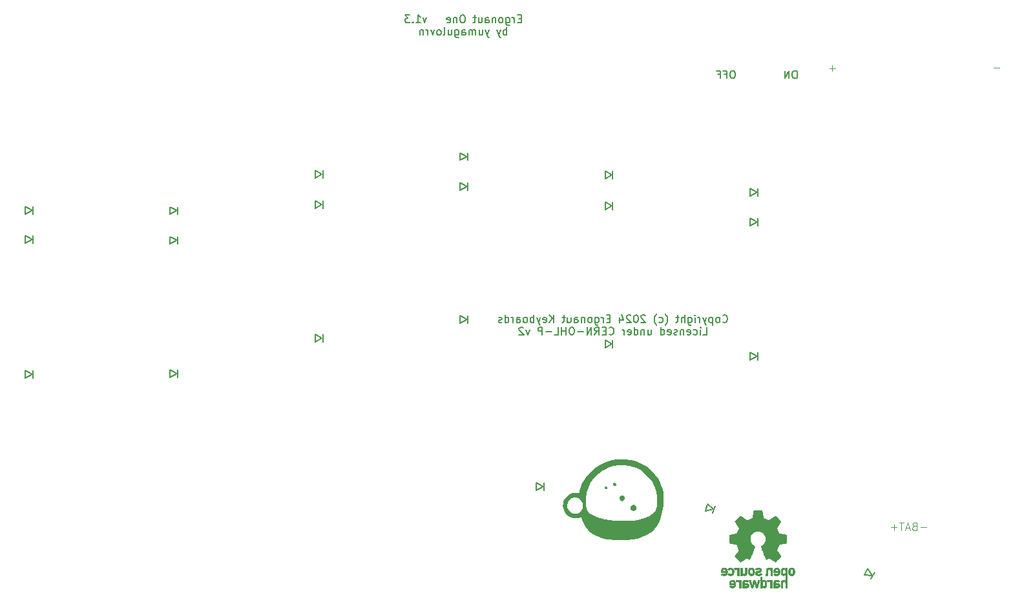
<source format=gbo>
%TF.GenerationSoftware,KiCad,Pcbnew,8.0.5*%
%TF.CreationDate,2025-01-29T03:11:57+02:00*%
%TF.ProjectId,1_3,315f332e-6b69-4636-9164-5f7063625858,rev?*%
%TF.SameCoordinates,Original*%
%TF.FileFunction,Legend,Bot*%
%TF.FilePolarity,Positive*%
%FSLAX46Y46*%
G04 Gerber Fmt 4.6, Leading zero omitted, Abs format (unit mm)*
G04 Created by KiCad (PCBNEW 8.0.5) date 2025-01-29 03:11:57*
%MOMM*%
%LPD*%
G01*
G04 APERTURE LIST*
%ADD10C,0.200000*%
%ADD11C,0.100000*%
%ADD12C,0.150000*%
%ADD13C,0.000000*%
%ADD14C,0.010000*%
G04 APERTURE END LIST*
D10*
X148991429Y-52123437D02*
X148658096Y-52123437D01*
X148515239Y-52647247D02*
X148991429Y-52647247D01*
X148991429Y-52647247D02*
X148991429Y-51647247D01*
X148991429Y-51647247D02*
X148515239Y-51647247D01*
X148086667Y-52647247D02*
X148086667Y-51980580D01*
X148086667Y-52171056D02*
X148039048Y-52075818D01*
X148039048Y-52075818D02*
X147991429Y-52028199D01*
X147991429Y-52028199D02*
X147896191Y-51980580D01*
X147896191Y-51980580D02*
X147800953Y-51980580D01*
X147039048Y-51980580D02*
X147039048Y-52790104D01*
X147039048Y-52790104D02*
X147086667Y-52885342D01*
X147086667Y-52885342D02*
X147134286Y-52932961D01*
X147134286Y-52932961D02*
X147229524Y-52980580D01*
X147229524Y-52980580D02*
X147372381Y-52980580D01*
X147372381Y-52980580D02*
X147467619Y-52932961D01*
X147039048Y-52599628D02*
X147134286Y-52647247D01*
X147134286Y-52647247D02*
X147324762Y-52647247D01*
X147324762Y-52647247D02*
X147420000Y-52599628D01*
X147420000Y-52599628D02*
X147467619Y-52552008D01*
X147467619Y-52552008D02*
X147515238Y-52456770D01*
X147515238Y-52456770D02*
X147515238Y-52171056D01*
X147515238Y-52171056D02*
X147467619Y-52075818D01*
X147467619Y-52075818D02*
X147420000Y-52028199D01*
X147420000Y-52028199D02*
X147324762Y-51980580D01*
X147324762Y-51980580D02*
X147134286Y-51980580D01*
X147134286Y-51980580D02*
X147039048Y-52028199D01*
X146420000Y-52647247D02*
X146515238Y-52599628D01*
X146515238Y-52599628D02*
X146562857Y-52552008D01*
X146562857Y-52552008D02*
X146610476Y-52456770D01*
X146610476Y-52456770D02*
X146610476Y-52171056D01*
X146610476Y-52171056D02*
X146562857Y-52075818D01*
X146562857Y-52075818D02*
X146515238Y-52028199D01*
X146515238Y-52028199D02*
X146420000Y-51980580D01*
X146420000Y-51980580D02*
X146277143Y-51980580D01*
X146277143Y-51980580D02*
X146181905Y-52028199D01*
X146181905Y-52028199D02*
X146134286Y-52075818D01*
X146134286Y-52075818D02*
X146086667Y-52171056D01*
X146086667Y-52171056D02*
X146086667Y-52456770D01*
X146086667Y-52456770D02*
X146134286Y-52552008D01*
X146134286Y-52552008D02*
X146181905Y-52599628D01*
X146181905Y-52599628D02*
X146277143Y-52647247D01*
X146277143Y-52647247D02*
X146420000Y-52647247D01*
X145658095Y-51980580D02*
X145658095Y-52647247D01*
X145658095Y-52075818D02*
X145610476Y-52028199D01*
X145610476Y-52028199D02*
X145515238Y-51980580D01*
X145515238Y-51980580D02*
X145372381Y-51980580D01*
X145372381Y-51980580D02*
X145277143Y-52028199D01*
X145277143Y-52028199D02*
X145229524Y-52123437D01*
X145229524Y-52123437D02*
X145229524Y-52647247D01*
X144324762Y-52647247D02*
X144324762Y-52123437D01*
X144324762Y-52123437D02*
X144372381Y-52028199D01*
X144372381Y-52028199D02*
X144467619Y-51980580D01*
X144467619Y-51980580D02*
X144658095Y-51980580D01*
X144658095Y-51980580D02*
X144753333Y-52028199D01*
X144324762Y-52599628D02*
X144420000Y-52647247D01*
X144420000Y-52647247D02*
X144658095Y-52647247D01*
X144658095Y-52647247D02*
X144753333Y-52599628D01*
X144753333Y-52599628D02*
X144800952Y-52504389D01*
X144800952Y-52504389D02*
X144800952Y-52409151D01*
X144800952Y-52409151D02*
X144753333Y-52313913D01*
X144753333Y-52313913D02*
X144658095Y-52266294D01*
X144658095Y-52266294D02*
X144420000Y-52266294D01*
X144420000Y-52266294D02*
X144324762Y-52218675D01*
X143420000Y-51980580D02*
X143420000Y-52647247D01*
X143848571Y-51980580D02*
X143848571Y-52504389D01*
X143848571Y-52504389D02*
X143800952Y-52599628D01*
X143800952Y-52599628D02*
X143705714Y-52647247D01*
X143705714Y-52647247D02*
X143562857Y-52647247D01*
X143562857Y-52647247D02*
X143467619Y-52599628D01*
X143467619Y-52599628D02*
X143420000Y-52552008D01*
X143086666Y-51980580D02*
X142705714Y-51980580D01*
X142943809Y-51647247D02*
X142943809Y-52504389D01*
X142943809Y-52504389D02*
X142896190Y-52599628D01*
X142896190Y-52599628D02*
X142800952Y-52647247D01*
X142800952Y-52647247D02*
X142705714Y-52647247D01*
X141419999Y-51647247D02*
X141229523Y-51647247D01*
X141229523Y-51647247D02*
X141134285Y-51694866D01*
X141134285Y-51694866D02*
X141039047Y-51790104D01*
X141039047Y-51790104D02*
X140991428Y-51980580D01*
X140991428Y-51980580D02*
X140991428Y-52313913D01*
X140991428Y-52313913D02*
X141039047Y-52504389D01*
X141039047Y-52504389D02*
X141134285Y-52599628D01*
X141134285Y-52599628D02*
X141229523Y-52647247D01*
X141229523Y-52647247D02*
X141419999Y-52647247D01*
X141419999Y-52647247D02*
X141515237Y-52599628D01*
X141515237Y-52599628D02*
X141610475Y-52504389D01*
X141610475Y-52504389D02*
X141658094Y-52313913D01*
X141658094Y-52313913D02*
X141658094Y-51980580D01*
X141658094Y-51980580D02*
X141610475Y-51790104D01*
X141610475Y-51790104D02*
X141515237Y-51694866D01*
X141515237Y-51694866D02*
X141419999Y-51647247D01*
X140562856Y-51980580D02*
X140562856Y-52647247D01*
X140562856Y-52075818D02*
X140515237Y-52028199D01*
X140515237Y-52028199D02*
X140419999Y-51980580D01*
X140419999Y-51980580D02*
X140277142Y-51980580D01*
X140277142Y-51980580D02*
X140181904Y-52028199D01*
X140181904Y-52028199D02*
X140134285Y-52123437D01*
X140134285Y-52123437D02*
X140134285Y-52647247D01*
X139277142Y-52599628D02*
X139372380Y-52647247D01*
X139372380Y-52647247D02*
X139562856Y-52647247D01*
X139562856Y-52647247D02*
X139658094Y-52599628D01*
X139658094Y-52599628D02*
X139705713Y-52504389D01*
X139705713Y-52504389D02*
X139705713Y-52123437D01*
X139705713Y-52123437D02*
X139658094Y-52028199D01*
X139658094Y-52028199D02*
X139562856Y-51980580D01*
X139562856Y-51980580D02*
X139372380Y-51980580D01*
X139372380Y-51980580D02*
X139277142Y-52028199D01*
X139277142Y-52028199D02*
X139229523Y-52123437D01*
X139229523Y-52123437D02*
X139229523Y-52218675D01*
X139229523Y-52218675D02*
X139705713Y-52313913D01*
X136610474Y-51980580D02*
X136372379Y-52647247D01*
X136372379Y-52647247D02*
X136134284Y-51980580D01*
X135229522Y-52647247D02*
X135800950Y-52647247D01*
X135515236Y-52647247D02*
X135515236Y-51647247D01*
X135515236Y-51647247D02*
X135610474Y-51790104D01*
X135610474Y-51790104D02*
X135705712Y-51885342D01*
X135705712Y-51885342D02*
X135800950Y-51932961D01*
X134800950Y-52552008D02*
X134753331Y-52599628D01*
X134753331Y-52599628D02*
X134800950Y-52647247D01*
X134800950Y-52647247D02*
X134848569Y-52599628D01*
X134848569Y-52599628D02*
X134800950Y-52552008D01*
X134800950Y-52552008D02*
X134800950Y-52647247D01*
X134419998Y-51647247D02*
X133800951Y-51647247D01*
X133800951Y-51647247D02*
X134134284Y-52028199D01*
X134134284Y-52028199D02*
X133991427Y-52028199D01*
X133991427Y-52028199D02*
X133896189Y-52075818D01*
X133896189Y-52075818D02*
X133848570Y-52123437D01*
X133848570Y-52123437D02*
X133800951Y-52218675D01*
X133800951Y-52218675D02*
X133800951Y-52456770D01*
X133800951Y-52456770D02*
X133848570Y-52552008D01*
X133848570Y-52552008D02*
X133896189Y-52599628D01*
X133896189Y-52599628D02*
X133991427Y-52647247D01*
X133991427Y-52647247D02*
X134277141Y-52647247D01*
X134277141Y-52647247D02*
X134372379Y-52599628D01*
X134372379Y-52599628D02*
X134419998Y-52552008D01*
X147110476Y-54257191D02*
X147110476Y-53257191D01*
X147110476Y-53638143D02*
X147015238Y-53590524D01*
X147015238Y-53590524D02*
X146824762Y-53590524D01*
X146824762Y-53590524D02*
X146729524Y-53638143D01*
X146729524Y-53638143D02*
X146681905Y-53685762D01*
X146681905Y-53685762D02*
X146634286Y-53781000D01*
X146634286Y-53781000D02*
X146634286Y-54066714D01*
X146634286Y-54066714D02*
X146681905Y-54161952D01*
X146681905Y-54161952D02*
X146729524Y-54209572D01*
X146729524Y-54209572D02*
X146824762Y-54257191D01*
X146824762Y-54257191D02*
X147015238Y-54257191D01*
X147015238Y-54257191D02*
X147110476Y-54209572D01*
X146300952Y-53590524D02*
X146062857Y-54257191D01*
X145824762Y-53590524D02*
X146062857Y-54257191D01*
X146062857Y-54257191D02*
X146158095Y-54495286D01*
X146158095Y-54495286D02*
X146205714Y-54542905D01*
X146205714Y-54542905D02*
X146300952Y-54590524D01*
X144777142Y-53590524D02*
X144539047Y-54257191D01*
X144300952Y-53590524D02*
X144539047Y-54257191D01*
X144539047Y-54257191D02*
X144634285Y-54495286D01*
X144634285Y-54495286D02*
X144681904Y-54542905D01*
X144681904Y-54542905D02*
X144777142Y-54590524D01*
X143491428Y-53590524D02*
X143491428Y-54257191D01*
X143919999Y-53590524D02*
X143919999Y-54114333D01*
X143919999Y-54114333D02*
X143872380Y-54209572D01*
X143872380Y-54209572D02*
X143777142Y-54257191D01*
X143777142Y-54257191D02*
X143634285Y-54257191D01*
X143634285Y-54257191D02*
X143539047Y-54209572D01*
X143539047Y-54209572D02*
X143491428Y-54161952D01*
X143015237Y-54257191D02*
X143015237Y-53590524D01*
X143015237Y-53685762D02*
X142967618Y-53638143D01*
X142967618Y-53638143D02*
X142872380Y-53590524D01*
X142872380Y-53590524D02*
X142729523Y-53590524D01*
X142729523Y-53590524D02*
X142634285Y-53638143D01*
X142634285Y-53638143D02*
X142586666Y-53733381D01*
X142586666Y-53733381D02*
X142586666Y-54257191D01*
X142586666Y-53733381D02*
X142539047Y-53638143D01*
X142539047Y-53638143D02*
X142443809Y-53590524D01*
X142443809Y-53590524D02*
X142300952Y-53590524D01*
X142300952Y-53590524D02*
X142205713Y-53638143D01*
X142205713Y-53638143D02*
X142158094Y-53733381D01*
X142158094Y-53733381D02*
X142158094Y-54257191D01*
X141253333Y-54257191D02*
X141253333Y-53733381D01*
X141253333Y-53733381D02*
X141300952Y-53638143D01*
X141300952Y-53638143D02*
X141396190Y-53590524D01*
X141396190Y-53590524D02*
X141586666Y-53590524D01*
X141586666Y-53590524D02*
X141681904Y-53638143D01*
X141253333Y-54209572D02*
X141348571Y-54257191D01*
X141348571Y-54257191D02*
X141586666Y-54257191D01*
X141586666Y-54257191D02*
X141681904Y-54209572D01*
X141681904Y-54209572D02*
X141729523Y-54114333D01*
X141729523Y-54114333D02*
X141729523Y-54019095D01*
X141729523Y-54019095D02*
X141681904Y-53923857D01*
X141681904Y-53923857D02*
X141586666Y-53876238D01*
X141586666Y-53876238D02*
X141348571Y-53876238D01*
X141348571Y-53876238D02*
X141253333Y-53828619D01*
X140348571Y-53590524D02*
X140348571Y-54400048D01*
X140348571Y-54400048D02*
X140396190Y-54495286D01*
X140396190Y-54495286D02*
X140443809Y-54542905D01*
X140443809Y-54542905D02*
X140539047Y-54590524D01*
X140539047Y-54590524D02*
X140681904Y-54590524D01*
X140681904Y-54590524D02*
X140777142Y-54542905D01*
X140348571Y-54209572D02*
X140443809Y-54257191D01*
X140443809Y-54257191D02*
X140634285Y-54257191D01*
X140634285Y-54257191D02*
X140729523Y-54209572D01*
X140729523Y-54209572D02*
X140777142Y-54161952D01*
X140777142Y-54161952D02*
X140824761Y-54066714D01*
X140824761Y-54066714D02*
X140824761Y-53781000D01*
X140824761Y-53781000D02*
X140777142Y-53685762D01*
X140777142Y-53685762D02*
X140729523Y-53638143D01*
X140729523Y-53638143D02*
X140634285Y-53590524D01*
X140634285Y-53590524D02*
X140443809Y-53590524D01*
X140443809Y-53590524D02*
X140348571Y-53638143D01*
X139443809Y-53590524D02*
X139443809Y-54257191D01*
X139872380Y-53590524D02*
X139872380Y-54114333D01*
X139872380Y-54114333D02*
X139824761Y-54209572D01*
X139824761Y-54209572D02*
X139729523Y-54257191D01*
X139729523Y-54257191D02*
X139586666Y-54257191D01*
X139586666Y-54257191D02*
X139491428Y-54209572D01*
X139491428Y-54209572D02*
X139443809Y-54161952D01*
X138824761Y-54257191D02*
X138919999Y-54209572D01*
X138919999Y-54209572D02*
X138967618Y-54114333D01*
X138967618Y-54114333D02*
X138967618Y-53257191D01*
X138300951Y-54257191D02*
X138396189Y-54209572D01*
X138396189Y-54209572D02*
X138443808Y-54161952D01*
X138443808Y-54161952D02*
X138491427Y-54066714D01*
X138491427Y-54066714D02*
X138491427Y-53781000D01*
X138491427Y-53781000D02*
X138443808Y-53685762D01*
X138443808Y-53685762D02*
X138396189Y-53638143D01*
X138396189Y-53638143D02*
X138300951Y-53590524D01*
X138300951Y-53590524D02*
X138158094Y-53590524D01*
X138158094Y-53590524D02*
X138062856Y-53638143D01*
X138062856Y-53638143D02*
X138015237Y-53685762D01*
X138015237Y-53685762D02*
X137967618Y-53781000D01*
X137967618Y-53781000D02*
X137967618Y-54066714D01*
X137967618Y-54066714D02*
X138015237Y-54161952D01*
X138015237Y-54161952D02*
X138062856Y-54209572D01*
X138062856Y-54209572D02*
X138158094Y-54257191D01*
X138158094Y-54257191D02*
X138300951Y-54257191D01*
X137634284Y-53590524D02*
X137396189Y-54257191D01*
X137396189Y-54257191D02*
X137158094Y-53590524D01*
X136777141Y-54257191D02*
X136777141Y-53590524D01*
X136777141Y-53781000D02*
X136729522Y-53685762D01*
X136729522Y-53685762D02*
X136681903Y-53638143D01*
X136681903Y-53638143D02*
X136586665Y-53590524D01*
X136586665Y-53590524D02*
X136491427Y-53590524D01*
X136158093Y-53590524D02*
X136158093Y-54257191D01*
X136158093Y-53685762D02*
X136110474Y-53638143D01*
X136110474Y-53638143D02*
X136015236Y-53590524D01*
X136015236Y-53590524D02*
X135872379Y-53590524D01*
X135872379Y-53590524D02*
X135777141Y-53638143D01*
X135777141Y-53638143D02*
X135729522Y-53733381D01*
X135729522Y-53733381D02*
X135729522Y-54257191D01*
X175416955Y-91881008D02*
X175464574Y-91928628D01*
X175464574Y-91928628D02*
X175607431Y-91976247D01*
X175607431Y-91976247D02*
X175702669Y-91976247D01*
X175702669Y-91976247D02*
X175845526Y-91928628D01*
X175845526Y-91928628D02*
X175940764Y-91833389D01*
X175940764Y-91833389D02*
X175988383Y-91738151D01*
X175988383Y-91738151D02*
X176036002Y-91547675D01*
X176036002Y-91547675D02*
X176036002Y-91404818D01*
X176036002Y-91404818D02*
X175988383Y-91214342D01*
X175988383Y-91214342D02*
X175940764Y-91119104D01*
X175940764Y-91119104D02*
X175845526Y-91023866D01*
X175845526Y-91023866D02*
X175702669Y-90976247D01*
X175702669Y-90976247D02*
X175607431Y-90976247D01*
X175607431Y-90976247D02*
X175464574Y-91023866D01*
X175464574Y-91023866D02*
X175416955Y-91071485D01*
X174845526Y-91976247D02*
X174940764Y-91928628D01*
X174940764Y-91928628D02*
X174988383Y-91881008D01*
X174988383Y-91881008D02*
X175036002Y-91785770D01*
X175036002Y-91785770D02*
X175036002Y-91500056D01*
X175036002Y-91500056D02*
X174988383Y-91404818D01*
X174988383Y-91404818D02*
X174940764Y-91357199D01*
X174940764Y-91357199D02*
X174845526Y-91309580D01*
X174845526Y-91309580D02*
X174702669Y-91309580D01*
X174702669Y-91309580D02*
X174607431Y-91357199D01*
X174607431Y-91357199D02*
X174559812Y-91404818D01*
X174559812Y-91404818D02*
X174512193Y-91500056D01*
X174512193Y-91500056D02*
X174512193Y-91785770D01*
X174512193Y-91785770D02*
X174559812Y-91881008D01*
X174559812Y-91881008D02*
X174607431Y-91928628D01*
X174607431Y-91928628D02*
X174702669Y-91976247D01*
X174702669Y-91976247D02*
X174845526Y-91976247D01*
X174083621Y-91309580D02*
X174083621Y-92309580D01*
X174083621Y-91357199D02*
X173988383Y-91309580D01*
X173988383Y-91309580D02*
X173797907Y-91309580D01*
X173797907Y-91309580D02*
X173702669Y-91357199D01*
X173702669Y-91357199D02*
X173655050Y-91404818D01*
X173655050Y-91404818D02*
X173607431Y-91500056D01*
X173607431Y-91500056D02*
X173607431Y-91785770D01*
X173607431Y-91785770D02*
X173655050Y-91881008D01*
X173655050Y-91881008D02*
X173702669Y-91928628D01*
X173702669Y-91928628D02*
X173797907Y-91976247D01*
X173797907Y-91976247D02*
X173988383Y-91976247D01*
X173988383Y-91976247D02*
X174083621Y-91928628D01*
X173274097Y-91309580D02*
X173036002Y-91976247D01*
X172797907Y-91309580D02*
X173036002Y-91976247D01*
X173036002Y-91976247D02*
X173131240Y-92214342D01*
X173131240Y-92214342D02*
X173178859Y-92261961D01*
X173178859Y-92261961D02*
X173274097Y-92309580D01*
X172416954Y-91976247D02*
X172416954Y-91309580D01*
X172416954Y-91500056D02*
X172369335Y-91404818D01*
X172369335Y-91404818D02*
X172321716Y-91357199D01*
X172321716Y-91357199D02*
X172226478Y-91309580D01*
X172226478Y-91309580D02*
X172131240Y-91309580D01*
X171797906Y-91976247D02*
X171797906Y-91309580D01*
X171797906Y-90976247D02*
X171845525Y-91023866D01*
X171845525Y-91023866D02*
X171797906Y-91071485D01*
X171797906Y-91071485D02*
X171750287Y-91023866D01*
X171750287Y-91023866D02*
X171797906Y-90976247D01*
X171797906Y-90976247D02*
X171797906Y-91071485D01*
X170893145Y-91309580D02*
X170893145Y-92119104D01*
X170893145Y-92119104D02*
X170940764Y-92214342D01*
X170940764Y-92214342D02*
X170988383Y-92261961D01*
X170988383Y-92261961D02*
X171083621Y-92309580D01*
X171083621Y-92309580D02*
X171226478Y-92309580D01*
X171226478Y-92309580D02*
X171321716Y-92261961D01*
X170893145Y-91928628D02*
X170988383Y-91976247D01*
X170988383Y-91976247D02*
X171178859Y-91976247D01*
X171178859Y-91976247D02*
X171274097Y-91928628D01*
X171274097Y-91928628D02*
X171321716Y-91881008D01*
X171321716Y-91881008D02*
X171369335Y-91785770D01*
X171369335Y-91785770D02*
X171369335Y-91500056D01*
X171369335Y-91500056D02*
X171321716Y-91404818D01*
X171321716Y-91404818D02*
X171274097Y-91357199D01*
X171274097Y-91357199D02*
X171178859Y-91309580D01*
X171178859Y-91309580D02*
X170988383Y-91309580D01*
X170988383Y-91309580D02*
X170893145Y-91357199D01*
X170416954Y-91976247D02*
X170416954Y-90976247D01*
X169988383Y-91976247D02*
X169988383Y-91452437D01*
X169988383Y-91452437D02*
X170036002Y-91357199D01*
X170036002Y-91357199D02*
X170131240Y-91309580D01*
X170131240Y-91309580D02*
X170274097Y-91309580D01*
X170274097Y-91309580D02*
X170369335Y-91357199D01*
X170369335Y-91357199D02*
X170416954Y-91404818D01*
X169655049Y-91309580D02*
X169274097Y-91309580D01*
X169512192Y-90976247D02*
X169512192Y-91833389D01*
X169512192Y-91833389D02*
X169464573Y-91928628D01*
X169464573Y-91928628D02*
X169369335Y-91976247D01*
X169369335Y-91976247D02*
X169274097Y-91976247D01*
X167893144Y-92357199D02*
X167940763Y-92309580D01*
X167940763Y-92309580D02*
X168036001Y-92166723D01*
X168036001Y-92166723D02*
X168083620Y-92071485D01*
X168083620Y-92071485D02*
X168131239Y-91928628D01*
X168131239Y-91928628D02*
X168178858Y-91690532D01*
X168178858Y-91690532D02*
X168178858Y-91500056D01*
X168178858Y-91500056D02*
X168131239Y-91261961D01*
X168131239Y-91261961D02*
X168083620Y-91119104D01*
X168083620Y-91119104D02*
X168036001Y-91023866D01*
X168036001Y-91023866D02*
X167940763Y-90881008D01*
X167940763Y-90881008D02*
X167893144Y-90833389D01*
X167083620Y-91928628D02*
X167178858Y-91976247D01*
X167178858Y-91976247D02*
X167369334Y-91976247D01*
X167369334Y-91976247D02*
X167464572Y-91928628D01*
X167464572Y-91928628D02*
X167512191Y-91881008D01*
X167512191Y-91881008D02*
X167559810Y-91785770D01*
X167559810Y-91785770D02*
X167559810Y-91500056D01*
X167559810Y-91500056D02*
X167512191Y-91404818D01*
X167512191Y-91404818D02*
X167464572Y-91357199D01*
X167464572Y-91357199D02*
X167369334Y-91309580D01*
X167369334Y-91309580D02*
X167178858Y-91309580D01*
X167178858Y-91309580D02*
X167083620Y-91357199D01*
X166750286Y-92357199D02*
X166702667Y-92309580D01*
X166702667Y-92309580D02*
X166607429Y-92166723D01*
X166607429Y-92166723D02*
X166559810Y-92071485D01*
X166559810Y-92071485D02*
X166512191Y-91928628D01*
X166512191Y-91928628D02*
X166464572Y-91690532D01*
X166464572Y-91690532D02*
X166464572Y-91500056D01*
X166464572Y-91500056D02*
X166512191Y-91261961D01*
X166512191Y-91261961D02*
X166559810Y-91119104D01*
X166559810Y-91119104D02*
X166607429Y-91023866D01*
X166607429Y-91023866D02*
X166702667Y-90881008D01*
X166702667Y-90881008D02*
X166750286Y-90833389D01*
X165274095Y-91071485D02*
X165226476Y-91023866D01*
X165226476Y-91023866D02*
X165131238Y-90976247D01*
X165131238Y-90976247D02*
X164893143Y-90976247D01*
X164893143Y-90976247D02*
X164797905Y-91023866D01*
X164797905Y-91023866D02*
X164750286Y-91071485D01*
X164750286Y-91071485D02*
X164702667Y-91166723D01*
X164702667Y-91166723D02*
X164702667Y-91261961D01*
X164702667Y-91261961D02*
X164750286Y-91404818D01*
X164750286Y-91404818D02*
X165321714Y-91976247D01*
X165321714Y-91976247D02*
X164702667Y-91976247D01*
X164083619Y-90976247D02*
X163988381Y-90976247D01*
X163988381Y-90976247D02*
X163893143Y-91023866D01*
X163893143Y-91023866D02*
X163845524Y-91071485D01*
X163845524Y-91071485D02*
X163797905Y-91166723D01*
X163797905Y-91166723D02*
X163750286Y-91357199D01*
X163750286Y-91357199D02*
X163750286Y-91595294D01*
X163750286Y-91595294D02*
X163797905Y-91785770D01*
X163797905Y-91785770D02*
X163845524Y-91881008D01*
X163845524Y-91881008D02*
X163893143Y-91928628D01*
X163893143Y-91928628D02*
X163988381Y-91976247D01*
X163988381Y-91976247D02*
X164083619Y-91976247D01*
X164083619Y-91976247D02*
X164178857Y-91928628D01*
X164178857Y-91928628D02*
X164226476Y-91881008D01*
X164226476Y-91881008D02*
X164274095Y-91785770D01*
X164274095Y-91785770D02*
X164321714Y-91595294D01*
X164321714Y-91595294D02*
X164321714Y-91357199D01*
X164321714Y-91357199D02*
X164274095Y-91166723D01*
X164274095Y-91166723D02*
X164226476Y-91071485D01*
X164226476Y-91071485D02*
X164178857Y-91023866D01*
X164178857Y-91023866D02*
X164083619Y-90976247D01*
X163369333Y-91071485D02*
X163321714Y-91023866D01*
X163321714Y-91023866D02*
X163226476Y-90976247D01*
X163226476Y-90976247D02*
X162988381Y-90976247D01*
X162988381Y-90976247D02*
X162893143Y-91023866D01*
X162893143Y-91023866D02*
X162845524Y-91071485D01*
X162845524Y-91071485D02*
X162797905Y-91166723D01*
X162797905Y-91166723D02*
X162797905Y-91261961D01*
X162797905Y-91261961D02*
X162845524Y-91404818D01*
X162845524Y-91404818D02*
X163416952Y-91976247D01*
X163416952Y-91976247D02*
X162797905Y-91976247D01*
X161940762Y-91309580D02*
X161940762Y-91976247D01*
X162178857Y-90928628D02*
X162416952Y-91642913D01*
X162416952Y-91642913D02*
X161797905Y-91642913D01*
X160655047Y-91452437D02*
X160321714Y-91452437D01*
X160178857Y-91976247D02*
X160655047Y-91976247D01*
X160655047Y-91976247D02*
X160655047Y-90976247D01*
X160655047Y-90976247D02*
X160178857Y-90976247D01*
X159750285Y-91976247D02*
X159750285Y-91309580D01*
X159750285Y-91500056D02*
X159702666Y-91404818D01*
X159702666Y-91404818D02*
X159655047Y-91357199D01*
X159655047Y-91357199D02*
X159559809Y-91309580D01*
X159559809Y-91309580D02*
X159464571Y-91309580D01*
X158702666Y-91309580D02*
X158702666Y-92119104D01*
X158702666Y-92119104D02*
X158750285Y-92214342D01*
X158750285Y-92214342D02*
X158797904Y-92261961D01*
X158797904Y-92261961D02*
X158893142Y-92309580D01*
X158893142Y-92309580D02*
X159035999Y-92309580D01*
X159035999Y-92309580D02*
X159131237Y-92261961D01*
X158702666Y-91928628D02*
X158797904Y-91976247D01*
X158797904Y-91976247D02*
X158988380Y-91976247D01*
X158988380Y-91976247D02*
X159083618Y-91928628D01*
X159083618Y-91928628D02*
X159131237Y-91881008D01*
X159131237Y-91881008D02*
X159178856Y-91785770D01*
X159178856Y-91785770D02*
X159178856Y-91500056D01*
X159178856Y-91500056D02*
X159131237Y-91404818D01*
X159131237Y-91404818D02*
X159083618Y-91357199D01*
X159083618Y-91357199D02*
X158988380Y-91309580D01*
X158988380Y-91309580D02*
X158797904Y-91309580D01*
X158797904Y-91309580D02*
X158702666Y-91357199D01*
X158083618Y-91976247D02*
X158178856Y-91928628D01*
X158178856Y-91928628D02*
X158226475Y-91881008D01*
X158226475Y-91881008D02*
X158274094Y-91785770D01*
X158274094Y-91785770D02*
X158274094Y-91500056D01*
X158274094Y-91500056D02*
X158226475Y-91404818D01*
X158226475Y-91404818D02*
X158178856Y-91357199D01*
X158178856Y-91357199D02*
X158083618Y-91309580D01*
X158083618Y-91309580D02*
X157940761Y-91309580D01*
X157940761Y-91309580D02*
X157845523Y-91357199D01*
X157845523Y-91357199D02*
X157797904Y-91404818D01*
X157797904Y-91404818D02*
X157750285Y-91500056D01*
X157750285Y-91500056D02*
X157750285Y-91785770D01*
X157750285Y-91785770D02*
X157797904Y-91881008D01*
X157797904Y-91881008D02*
X157845523Y-91928628D01*
X157845523Y-91928628D02*
X157940761Y-91976247D01*
X157940761Y-91976247D02*
X158083618Y-91976247D01*
X157321713Y-91309580D02*
X157321713Y-91976247D01*
X157321713Y-91404818D02*
X157274094Y-91357199D01*
X157274094Y-91357199D02*
X157178856Y-91309580D01*
X157178856Y-91309580D02*
X157035999Y-91309580D01*
X157035999Y-91309580D02*
X156940761Y-91357199D01*
X156940761Y-91357199D02*
X156893142Y-91452437D01*
X156893142Y-91452437D02*
X156893142Y-91976247D01*
X155988380Y-91976247D02*
X155988380Y-91452437D01*
X155988380Y-91452437D02*
X156035999Y-91357199D01*
X156035999Y-91357199D02*
X156131237Y-91309580D01*
X156131237Y-91309580D02*
X156321713Y-91309580D01*
X156321713Y-91309580D02*
X156416951Y-91357199D01*
X155988380Y-91928628D02*
X156083618Y-91976247D01*
X156083618Y-91976247D02*
X156321713Y-91976247D01*
X156321713Y-91976247D02*
X156416951Y-91928628D01*
X156416951Y-91928628D02*
X156464570Y-91833389D01*
X156464570Y-91833389D02*
X156464570Y-91738151D01*
X156464570Y-91738151D02*
X156416951Y-91642913D01*
X156416951Y-91642913D02*
X156321713Y-91595294D01*
X156321713Y-91595294D02*
X156083618Y-91595294D01*
X156083618Y-91595294D02*
X155988380Y-91547675D01*
X155083618Y-91309580D02*
X155083618Y-91976247D01*
X155512189Y-91309580D02*
X155512189Y-91833389D01*
X155512189Y-91833389D02*
X155464570Y-91928628D01*
X155464570Y-91928628D02*
X155369332Y-91976247D01*
X155369332Y-91976247D02*
X155226475Y-91976247D01*
X155226475Y-91976247D02*
X155131237Y-91928628D01*
X155131237Y-91928628D02*
X155083618Y-91881008D01*
X154750284Y-91309580D02*
X154369332Y-91309580D01*
X154607427Y-90976247D02*
X154607427Y-91833389D01*
X154607427Y-91833389D02*
X154559808Y-91928628D01*
X154559808Y-91928628D02*
X154464570Y-91976247D01*
X154464570Y-91976247D02*
X154369332Y-91976247D01*
X153274093Y-91976247D02*
X153274093Y-90976247D01*
X152702665Y-91976247D02*
X153131236Y-91404818D01*
X152702665Y-90976247D02*
X153274093Y-91547675D01*
X151893141Y-91928628D02*
X151988379Y-91976247D01*
X151988379Y-91976247D02*
X152178855Y-91976247D01*
X152178855Y-91976247D02*
X152274093Y-91928628D01*
X152274093Y-91928628D02*
X152321712Y-91833389D01*
X152321712Y-91833389D02*
X152321712Y-91452437D01*
X152321712Y-91452437D02*
X152274093Y-91357199D01*
X152274093Y-91357199D02*
X152178855Y-91309580D01*
X152178855Y-91309580D02*
X151988379Y-91309580D01*
X151988379Y-91309580D02*
X151893141Y-91357199D01*
X151893141Y-91357199D02*
X151845522Y-91452437D01*
X151845522Y-91452437D02*
X151845522Y-91547675D01*
X151845522Y-91547675D02*
X152321712Y-91642913D01*
X151512188Y-91309580D02*
X151274093Y-91976247D01*
X151035998Y-91309580D02*
X151274093Y-91976247D01*
X151274093Y-91976247D02*
X151369331Y-92214342D01*
X151369331Y-92214342D02*
X151416950Y-92261961D01*
X151416950Y-92261961D02*
X151512188Y-92309580D01*
X150655045Y-91976247D02*
X150655045Y-90976247D01*
X150655045Y-91357199D02*
X150559807Y-91309580D01*
X150559807Y-91309580D02*
X150369331Y-91309580D01*
X150369331Y-91309580D02*
X150274093Y-91357199D01*
X150274093Y-91357199D02*
X150226474Y-91404818D01*
X150226474Y-91404818D02*
X150178855Y-91500056D01*
X150178855Y-91500056D02*
X150178855Y-91785770D01*
X150178855Y-91785770D02*
X150226474Y-91881008D01*
X150226474Y-91881008D02*
X150274093Y-91928628D01*
X150274093Y-91928628D02*
X150369331Y-91976247D01*
X150369331Y-91976247D02*
X150559807Y-91976247D01*
X150559807Y-91976247D02*
X150655045Y-91928628D01*
X149607426Y-91976247D02*
X149702664Y-91928628D01*
X149702664Y-91928628D02*
X149750283Y-91881008D01*
X149750283Y-91881008D02*
X149797902Y-91785770D01*
X149797902Y-91785770D02*
X149797902Y-91500056D01*
X149797902Y-91500056D02*
X149750283Y-91404818D01*
X149750283Y-91404818D02*
X149702664Y-91357199D01*
X149702664Y-91357199D02*
X149607426Y-91309580D01*
X149607426Y-91309580D02*
X149464569Y-91309580D01*
X149464569Y-91309580D02*
X149369331Y-91357199D01*
X149369331Y-91357199D02*
X149321712Y-91404818D01*
X149321712Y-91404818D02*
X149274093Y-91500056D01*
X149274093Y-91500056D02*
X149274093Y-91785770D01*
X149274093Y-91785770D02*
X149321712Y-91881008D01*
X149321712Y-91881008D02*
X149369331Y-91928628D01*
X149369331Y-91928628D02*
X149464569Y-91976247D01*
X149464569Y-91976247D02*
X149607426Y-91976247D01*
X148416950Y-91976247D02*
X148416950Y-91452437D01*
X148416950Y-91452437D02*
X148464569Y-91357199D01*
X148464569Y-91357199D02*
X148559807Y-91309580D01*
X148559807Y-91309580D02*
X148750283Y-91309580D01*
X148750283Y-91309580D02*
X148845521Y-91357199D01*
X148416950Y-91928628D02*
X148512188Y-91976247D01*
X148512188Y-91976247D02*
X148750283Y-91976247D01*
X148750283Y-91976247D02*
X148845521Y-91928628D01*
X148845521Y-91928628D02*
X148893140Y-91833389D01*
X148893140Y-91833389D02*
X148893140Y-91738151D01*
X148893140Y-91738151D02*
X148845521Y-91642913D01*
X148845521Y-91642913D02*
X148750283Y-91595294D01*
X148750283Y-91595294D02*
X148512188Y-91595294D01*
X148512188Y-91595294D02*
X148416950Y-91547675D01*
X147940759Y-91976247D02*
X147940759Y-91309580D01*
X147940759Y-91500056D02*
X147893140Y-91404818D01*
X147893140Y-91404818D02*
X147845521Y-91357199D01*
X147845521Y-91357199D02*
X147750283Y-91309580D01*
X147750283Y-91309580D02*
X147655045Y-91309580D01*
X146893140Y-91976247D02*
X146893140Y-90976247D01*
X146893140Y-91928628D02*
X146988378Y-91976247D01*
X146988378Y-91976247D02*
X147178854Y-91976247D01*
X147178854Y-91976247D02*
X147274092Y-91928628D01*
X147274092Y-91928628D02*
X147321711Y-91881008D01*
X147321711Y-91881008D02*
X147369330Y-91785770D01*
X147369330Y-91785770D02*
X147369330Y-91500056D01*
X147369330Y-91500056D02*
X147321711Y-91404818D01*
X147321711Y-91404818D02*
X147274092Y-91357199D01*
X147274092Y-91357199D02*
X147178854Y-91309580D01*
X147178854Y-91309580D02*
X146988378Y-91309580D01*
X146988378Y-91309580D02*
X146893140Y-91357199D01*
X146464568Y-91928628D02*
X146369330Y-91976247D01*
X146369330Y-91976247D02*
X146178854Y-91976247D01*
X146178854Y-91976247D02*
X146083616Y-91928628D01*
X146083616Y-91928628D02*
X146035997Y-91833389D01*
X146035997Y-91833389D02*
X146035997Y-91785770D01*
X146035997Y-91785770D02*
X146083616Y-91690532D01*
X146083616Y-91690532D02*
X146178854Y-91642913D01*
X146178854Y-91642913D02*
X146321711Y-91642913D01*
X146321711Y-91642913D02*
X146416949Y-91595294D01*
X146416949Y-91595294D02*
X146464568Y-91500056D01*
X146464568Y-91500056D02*
X146464568Y-91452437D01*
X146464568Y-91452437D02*
X146416949Y-91357199D01*
X146416949Y-91357199D02*
X146321711Y-91309580D01*
X146321711Y-91309580D02*
X146178854Y-91309580D01*
X146178854Y-91309580D02*
X146083616Y-91357199D01*
X172821715Y-93586191D02*
X173297905Y-93586191D01*
X173297905Y-93586191D02*
X173297905Y-92586191D01*
X172488381Y-93586191D02*
X172488381Y-92919524D01*
X172488381Y-92586191D02*
X172536000Y-92633810D01*
X172536000Y-92633810D02*
X172488381Y-92681429D01*
X172488381Y-92681429D02*
X172440762Y-92633810D01*
X172440762Y-92633810D02*
X172488381Y-92586191D01*
X172488381Y-92586191D02*
X172488381Y-92681429D01*
X171583620Y-93538572D02*
X171678858Y-93586191D01*
X171678858Y-93586191D02*
X171869334Y-93586191D01*
X171869334Y-93586191D02*
X171964572Y-93538572D01*
X171964572Y-93538572D02*
X172012191Y-93490952D01*
X172012191Y-93490952D02*
X172059810Y-93395714D01*
X172059810Y-93395714D02*
X172059810Y-93110000D01*
X172059810Y-93110000D02*
X172012191Y-93014762D01*
X172012191Y-93014762D02*
X171964572Y-92967143D01*
X171964572Y-92967143D02*
X171869334Y-92919524D01*
X171869334Y-92919524D02*
X171678858Y-92919524D01*
X171678858Y-92919524D02*
X171583620Y-92967143D01*
X170774096Y-93538572D02*
X170869334Y-93586191D01*
X170869334Y-93586191D02*
X171059810Y-93586191D01*
X171059810Y-93586191D02*
X171155048Y-93538572D01*
X171155048Y-93538572D02*
X171202667Y-93443333D01*
X171202667Y-93443333D02*
X171202667Y-93062381D01*
X171202667Y-93062381D02*
X171155048Y-92967143D01*
X171155048Y-92967143D02*
X171059810Y-92919524D01*
X171059810Y-92919524D02*
X170869334Y-92919524D01*
X170869334Y-92919524D02*
X170774096Y-92967143D01*
X170774096Y-92967143D02*
X170726477Y-93062381D01*
X170726477Y-93062381D02*
X170726477Y-93157619D01*
X170726477Y-93157619D02*
X171202667Y-93252857D01*
X170297905Y-92919524D02*
X170297905Y-93586191D01*
X170297905Y-93014762D02*
X170250286Y-92967143D01*
X170250286Y-92967143D02*
X170155048Y-92919524D01*
X170155048Y-92919524D02*
X170012191Y-92919524D01*
X170012191Y-92919524D02*
X169916953Y-92967143D01*
X169916953Y-92967143D02*
X169869334Y-93062381D01*
X169869334Y-93062381D02*
X169869334Y-93586191D01*
X169440762Y-93538572D02*
X169345524Y-93586191D01*
X169345524Y-93586191D02*
X169155048Y-93586191D01*
X169155048Y-93586191D02*
X169059810Y-93538572D01*
X169059810Y-93538572D02*
X169012191Y-93443333D01*
X169012191Y-93443333D02*
X169012191Y-93395714D01*
X169012191Y-93395714D02*
X169059810Y-93300476D01*
X169059810Y-93300476D02*
X169155048Y-93252857D01*
X169155048Y-93252857D02*
X169297905Y-93252857D01*
X169297905Y-93252857D02*
X169393143Y-93205238D01*
X169393143Y-93205238D02*
X169440762Y-93110000D01*
X169440762Y-93110000D02*
X169440762Y-93062381D01*
X169440762Y-93062381D02*
X169393143Y-92967143D01*
X169393143Y-92967143D02*
X169297905Y-92919524D01*
X169297905Y-92919524D02*
X169155048Y-92919524D01*
X169155048Y-92919524D02*
X169059810Y-92967143D01*
X168202667Y-93538572D02*
X168297905Y-93586191D01*
X168297905Y-93586191D02*
X168488381Y-93586191D01*
X168488381Y-93586191D02*
X168583619Y-93538572D01*
X168583619Y-93538572D02*
X168631238Y-93443333D01*
X168631238Y-93443333D02*
X168631238Y-93062381D01*
X168631238Y-93062381D02*
X168583619Y-92967143D01*
X168583619Y-92967143D02*
X168488381Y-92919524D01*
X168488381Y-92919524D02*
X168297905Y-92919524D01*
X168297905Y-92919524D02*
X168202667Y-92967143D01*
X168202667Y-92967143D02*
X168155048Y-93062381D01*
X168155048Y-93062381D02*
X168155048Y-93157619D01*
X168155048Y-93157619D02*
X168631238Y-93252857D01*
X167297905Y-93586191D02*
X167297905Y-92586191D01*
X167297905Y-93538572D02*
X167393143Y-93586191D01*
X167393143Y-93586191D02*
X167583619Y-93586191D01*
X167583619Y-93586191D02*
X167678857Y-93538572D01*
X167678857Y-93538572D02*
X167726476Y-93490952D01*
X167726476Y-93490952D02*
X167774095Y-93395714D01*
X167774095Y-93395714D02*
X167774095Y-93110000D01*
X167774095Y-93110000D02*
X167726476Y-93014762D01*
X167726476Y-93014762D02*
X167678857Y-92967143D01*
X167678857Y-92967143D02*
X167583619Y-92919524D01*
X167583619Y-92919524D02*
X167393143Y-92919524D01*
X167393143Y-92919524D02*
X167297905Y-92967143D01*
X165631238Y-92919524D02*
X165631238Y-93586191D01*
X166059809Y-92919524D02*
X166059809Y-93443333D01*
X166059809Y-93443333D02*
X166012190Y-93538572D01*
X166012190Y-93538572D02*
X165916952Y-93586191D01*
X165916952Y-93586191D02*
X165774095Y-93586191D01*
X165774095Y-93586191D02*
X165678857Y-93538572D01*
X165678857Y-93538572D02*
X165631238Y-93490952D01*
X165155047Y-92919524D02*
X165155047Y-93586191D01*
X165155047Y-93014762D02*
X165107428Y-92967143D01*
X165107428Y-92967143D02*
X165012190Y-92919524D01*
X165012190Y-92919524D02*
X164869333Y-92919524D01*
X164869333Y-92919524D02*
X164774095Y-92967143D01*
X164774095Y-92967143D02*
X164726476Y-93062381D01*
X164726476Y-93062381D02*
X164726476Y-93586191D01*
X163821714Y-93586191D02*
X163821714Y-92586191D01*
X163821714Y-93538572D02*
X163916952Y-93586191D01*
X163916952Y-93586191D02*
X164107428Y-93586191D01*
X164107428Y-93586191D02*
X164202666Y-93538572D01*
X164202666Y-93538572D02*
X164250285Y-93490952D01*
X164250285Y-93490952D02*
X164297904Y-93395714D01*
X164297904Y-93395714D02*
X164297904Y-93110000D01*
X164297904Y-93110000D02*
X164250285Y-93014762D01*
X164250285Y-93014762D02*
X164202666Y-92967143D01*
X164202666Y-92967143D02*
X164107428Y-92919524D01*
X164107428Y-92919524D02*
X163916952Y-92919524D01*
X163916952Y-92919524D02*
X163821714Y-92967143D01*
X162964571Y-93538572D02*
X163059809Y-93586191D01*
X163059809Y-93586191D02*
X163250285Y-93586191D01*
X163250285Y-93586191D02*
X163345523Y-93538572D01*
X163345523Y-93538572D02*
X163393142Y-93443333D01*
X163393142Y-93443333D02*
X163393142Y-93062381D01*
X163393142Y-93062381D02*
X163345523Y-92967143D01*
X163345523Y-92967143D02*
X163250285Y-92919524D01*
X163250285Y-92919524D02*
X163059809Y-92919524D01*
X163059809Y-92919524D02*
X162964571Y-92967143D01*
X162964571Y-92967143D02*
X162916952Y-93062381D01*
X162916952Y-93062381D02*
X162916952Y-93157619D01*
X162916952Y-93157619D02*
X163393142Y-93252857D01*
X162488380Y-93586191D02*
X162488380Y-92919524D01*
X162488380Y-93110000D02*
X162440761Y-93014762D01*
X162440761Y-93014762D02*
X162393142Y-92967143D01*
X162393142Y-92967143D02*
X162297904Y-92919524D01*
X162297904Y-92919524D02*
X162202666Y-92919524D01*
X160535999Y-93490952D02*
X160583618Y-93538572D01*
X160583618Y-93538572D02*
X160726475Y-93586191D01*
X160726475Y-93586191D02*
X160821713Y-93586191D01*
X160821713Y-93586191D02*
X160964570Y-93538572D01*
X160964570Y-93538572D02*
X161059808Y-93443333D01*
X161059808Y-93443333D02*
X161107427Y-93348095D01*
X161107427Y-93348095D02*
X161155046Y-93157619D01*
X161155046Y-93157619D02*
X161155046Y-93014762D01*
X161155046Y-93014762D02*
X161107427Y-92824286D01*
X161107427Y-92824286D02*
X161059808Y-92729048D01*
X161059808Y-92729048D02*
X160964570Y-92633810D01*
X160964570Y-92633810D02*
X160821713Y-92586191D01*
X160821713Y-92586191D02*
X160726475Y-92586191D01*
X160726475Y-92586191D02*
X160583618Y-92633810D01*
X160583618Y-92633810D02*
X160535999Y-92681429D01*
X160107427Y-93062381D02*
X159774094Y-93062381D01*
X159631237Y-93586191D02*
X160107427Y-93586191D01*
X160107427Y-93586191D02*
X160107427Y-92586191D01*
X160107427Y-92586191D02*
X159631237Y-92586191D01*
X158631237Y-93586191D02*
X158964570Y-93110000D01*
X159202665Y-93586191D02*
X159202665Y-92586191D01*
X159202665Y-92586191D02*
X158821713Y-92586191D01*
X158821713Y-92586191D02*
X158726475Y-92633810D01*
X158726475Y-92633810D02*
X158678856Y-92681429D01*
X158678856Y-92681429D02*
X158631237Y-92776667D01*
X158631237Y-92776667D02*
X158631237Y-92919524D01*
X158631237Y-92919524D02*
X158678856Y-93014762D01*
X158678856Y-93014762D02*
X158726475Y-93062381D01*
X158726475Y-93062381D02*
X158821713Y-93110000D01*
X158821713Y-93110000D02*
X159202665Y-93110000D01*
X158202665Y-93586191D02*
X158202665Y-92586191D01*
X158202665Y-92586191D02*
X157631237Y-93586191D01*
X157631237Y-93586191D02*
X157631237Y-92586191D01*
X157155046Y-93205238D02*
X156393142Y-93205238D01*
X155726475Y-92586191D02*
X155535999Y-92586191D01*
X155535999Y-92586191D02*
X155440761Y-92633810D01*
X155440761Y-92633810D02*
X155345523Y-92729048D01*
X155345523Y-92729048D02*
X155297904Y-92919524D01*
X155297904Y-92919524D02*
X155297904Y-93252857D01*
X155297904Y-93252857D02*
X155345523Y-93443333D01*
X155345523Y-93443333D02*
X155440761Y-93538572D01*
X155440761Y-93538572D02*
X155535999Y-93586191D01*
X155535999Y-93586191D02*
X155726475Y-93586191D01*
X155726475Y-93586191D02*
X155821713Y-93538572D01*
X155821713Y-93538572D02*
X155916951Y-93443333D01*
X155916951Y-93443333D02*
X155964570Y-93252857D01*
X155964570Y-93252857D02*
X155964570Y-92919524D01*
X155964570Y-92919524D02*
X155916951Y-92729048D01*
X155916951Y-92729048D02*
X155821713Y-92633810D01*
X155821713Y-92633810D02*
X155726475Y-92586191D01*
X154869332Y-93586191D02*
X154869332Y-92586191D01*
X154869332Y-93062381D02*
X154297904Y-93062381D01*
X154297904Y-93586191D02*
X154297904Y-92586191D01*
X153345523Y-93586191D02*
X153821713Y-93586191D01*
X153821713Y-93586191D02*
X153821713Y-92586191D01*
X153012189Y-93205238D02*
X152250285Y-93205238D01*
X151774094Y-93586191D02*
X151774094Y-92586191D01*
X151774094Y-92586191D02*
X151393142Y-92586191D01*
X151393142Y-92586191D02*
X151297904Y-92633810D01*
X151297904Y-92633810D02*
X151250285Y-92681429D01*
X151250285Y-92681429D02*
X151202666Y-92776667D01*
X151202666Y-92776667D02*
X151202666Y-92919524D01*
X151202666Y-92919524D02*
X151250285Y-93014762D01*
X151250285Y-93014762D02*
X151297904Y-93062381D01*
X151297904Y-93062381D02*
X151393142Y-93110000D01*
X151393142Y-93110000D02*
X151774094Y-93110000D01*
X150107427Y-92919524D02*
X149869332Y-93586191D01*
X149869332Y-93586191D02*
X149631237Y-92919524D01*
X149297903Y-92681429D02*
X149250284Y-92633810D01*
X149250284Y-92633810D02*
X149155046Y-92586191D01*
X149155046Y-92586191D02*
X148916951Y-92586191D01*
X148916951Y-92586191D02*
X148821713Y-92633810D01*
X148821713Y-92633810D02*
X148774094Y-92681429D01*
X148774094Y-92681429D02*
X148726475Y-92776667D01*
X148726475Y-92776667D02*
X148726475Y-92871905D01*
X148726475Y-92871905D02*
X148774094Y-93014762D01*
X148774094Y-93014762D02*
X149345522Y-93586191D01*
X149345522Y-93586191D02*
X148726475Y-93586191D01*
D11*
X202090115Y-118847466D02*
X201328211Y-118847466D01*
X200518687Y-118704609D02*
X200375830Y-118752228D01*
X200375830Y-118752228D02*
X200328211Y-118799847D01*
X200328211Y-118799847D02*
X200280592Y-118895085D01*
X200280592Y-118895085D02*
X200280592Y-119037942D01*
X200280592Y-119037942D02*
X200328211Y-119133180D01*
X200328211Y-119133180D02*
X200375830Y-119180800D01*
X200375830Y-119180800D02*
X200471068Y-119228419D01*
X200471068Y-119228419D02*
X200852020Y-119228419D01*
X200852020Y-119228419D02*
X200852020Y-118228419D01*
X200852020Y-118228419D02*
X200518687Y-118228419D01*
X200518687Y-118228419D02*
X200423449Y-118276038D01*
X200423449Y-118276038D02*
X200375830Y-118323657D01*
X200375830Y-118323657D02*
X200328211Y-118418895D01*
X200328211Y-118418895D02*
X200328211Y-118514133D01*
X200328211Y-118514133D02*
X200375830Y-118609371D01*
X200375830Y-118609371D02*
X200423449Y-118656990D01*
X200423449Y-118656990D02*
X200518687Y-118704609D01*
X200518687Y-118704609D02*
X200852020Y-118704609D01*
X199899639Y-118942704D02*
X199423449Y-118942704D01*
X199994877Y-119228419D02*
X199661544Y-118228419D01*
X199661544Y-118228419D02*
X199328211Y-119228419D01*
X199137734Y-118228419D02*
X198566306Y-118228419D01*
X198852020Y-119228419D02*
X198852020Y-118228419D01*
X198232972Y-118847466D02*
X197471068Y-118847466D01*
X197852020Y-119228419D02*
X197852020Y-118466514D01*
X211659115Y-58546466D02*
X210897211Y-58546466D01*
X190146115Y-58607512D02*
X189384211Y-58607512D01*
X189765163Y-58988465D02*
X189765163Y-58226560D01*
D12*
X184969941Y-58939536D02*
X184779465Y-58939536D01*
X184779465Y-58939536D02*
X184684227Y-58987155D01*
X184684227Y-58987155D02*
X184588989Y-59082393D01*
X184588989Y-59082393D02*
X184541370Y-59272869D01*
X184541370Y-59272869D02*
X184541370Y-59606202D01*
X184541370Y-59606202D02*
X184588989Y-59796678D01*
X184588989Y-59796678D02*
X184684227Y-59891917D01*
X184684227Y-59891917D02*
X184779465Y-59939536D01*
X184779465Y-59939536D02*
X184969941Y-59939536D01*
X184969941Y-59939536D02*
X185065179Y-59891917D01*
X185065179Y-59891917D02*
X185160417Y-59796678D01*
X185160417Y-59796678D02*
X185208036Y-59606202D01*
X185208036Y-59606202D02*
X185208036Y-59272869D01*
X185208036Y-59272869D02*
X185160417Y-59082393D01*
X185160417Y-59082393D02*
X185065179Y-58987155D01*
X185065179Y-58987155D02*
X184969941Y-58939536D01*
X184112798Y-59939536D02*
X184112798Y-58939536D01*
X184112798Y-58939536D02*
X183541370Y-59939536D01*
X183541370Y-59939536D02*
X183541370Y-58939536D01*
X176803274Y-58939536D02*
X176612798Y-58939536D01*
X176612798Y-58939536D02*
X176517560Y-58987155D01*
X176517560Y-58987155D02*
X176422322Y-59082393D01*
X176422322Y-59082393D02*
X176374703Y-59272869D01*
X176374703Y-59272869D02*
X176374703Y-59606202D01*
X176374703Y-59606202D02*
X176422322Y-59796678D01*
X176422322Y-59796678D02*
X176517560Y-59891917D01*
X176517560Y-59891917D02*
X176612798Y-59939536D01*
X176612798Y-59939536D02*
X176803274Y-59939536D01*
X176803274Y-59939536D02*
X176898512Y-59891917D01*
X176898512Y-59891917D02*
X176993750Y-59796678D01*
X176993750Y-59796678D02*
X177041369Y-59606202D01*
X177041369Y-59606202D02*
X177041369Y-59272869D01*
X177041369Y-59272869D02*
X176993750Y-59082393D01*
X176993750Y-59082393D02*
X176898512Y-58987155D01*
X176898512Y-58987155D02*
X176803274Y-58939536D01*
X175612798Y-59415726D02*
X175946131Y-59415726D01*
X175946131Y-59939536D02*
X175946131Y-58939536D01*
X175946131Y-58939536D02*
X175469941Y-58939536D01*
X174755655Y-59415726D02*
X175088988Y-59415726D01*
X175088988Y-59939536D02*
X175088988Y-58939536D01*
X175088988Y-58939536D02*
X174612798Y-58939536D01*
D10*
X174132380Y-116999573D02*
X174391199Y-116033648D01*
X173425274Y-115774829D02*
X174165197Y-116490729D01*
X173166455Y-116740754D02*
X173425274Y-115774829D01*
X174165197Y-116490729D02*
X173166455Y-116740754D01*
X180000000Y-96900000D02*
X180000000Y-95900000D01*
X179000000Y-95900000D02*
X179900000Y-96400000D01*
X179000000Y-96900000D02*
X179000000Y-95900000D01*
X179900000Y-96400000D02*
X179000000Y-96900000D01*
X194813399Y-125641005D02*
X195313399Y-124774979D01*
X194447373Y-124274979D02*
X194976796Y-125157992D01*
X193947373Y-125141005D02*
X194447373Y-124274979D01*
X194976796Y-125157992D02*
X193947373Y-125141005D01*
X152000000Y-114000000D02*
X152000000Y-113000000D01*
X151000000Y-113000000D02*
X151900000Y-113500000D01*
X151000000Y-114000000D02*
X151000000Y-113000000D01*
X151900000Y-113500000D02*
X151000000Y-114000000D01*
X104000000Y-77800000D02*
X104000000Y-76800000D01*
X103000000Y-76800000D02*
X103900000Y-77300000D01*
X103000000Y-77800000D02*
X103000000Y-76800000D01*
X103900000Y-77300000D02*
X103000000Y-77800000D01*
X104000000Y-81697000D02*
X104000000Y-80697000D01*
X103000000Y-80697000D02*
X103900000Y-81197000D01*
X103000000Y-81697000D02*
X103000000Y-80697000D01*
X103900000Y-81197000D02*
X103000000Y-81697000D01*
X161000000Y-95300000D02*
X161000000Y-94300000D01*
X160000000Y-94300000D02*
X160900000Y-94800000D01*
X160000000Y-95300000D02*
X160000000Y-94300000D01*
X160900000Y-94800000D02*
X160000000Y-95300000D01*
X180000000Y-75400000D02*
X180000000Y-74400000D01*
X179000000Y-74400000D02*
X179900000Y-74900000D01*
X179000000Y-75400000D02*
X179000000Y-74400000D01*
X179900000Y-74900000D02*
X179000000Y-75400000D01*
X85000000Y-81570000D02*
X85000000Y-80570000D01*
X84000000Y-80570000D02*
X84900000Y-81070000D01*
X84000000Y-81570000D02*
X84000000Y-80570000D01*
X84900000Y-81070000D02*
X84000000Y-81570000D01*
X180000000Y-79300000D02*
X180000000Y-78300000D01*
X179000000Y-78300000D02*
X179900000Y-78800000D01*
X179000000Y-79300000D02*
X179000000Y-78300000D01*
X179900000Y-78800000D02*
X179000000Y-79300000D01*
X142000000Y-70700000D02*
X142000000Y-69700000D01*
X141000000Y-69700000D02*
X141900000Y-70200000D01*
X141000000Y-70700000D02*
X141000000Y-69700000D01*
X141900000Y-70200000D02*
X141000000Y-70700000D01*
X142000000Y-74600000D02*
X142000000Y-73600000D01*
X141000000Y-73600000D02*
X141900000Y-74100000D01*
X141000000Y-74600000D02*
X141000000Y-73600000D01*
X141900000Y-74100000D02*
X141000000Y-74600000D01*
X161000000Y-73100000D02*
X161000000Y-72100000D01*
X160000000Y-72100000D02*
X160900000Y-72600000D01*
X160000000Y-73100000D02*
X160000000Y-72100000D01*
X160900000Y-72600000D02*
X160000000Y-73100000D01*
X123000000Y-73000000D02*
X123000000Y-72000000D01*
X122000000Y-72000000D02*
X122900000Y-72500000D01*
X122000000Y-73000000D02*
X122000000Y-72000000D01*
X122900000Y-72500000D02*
X122000000Y-73000000D01*
X142000000Y-92100000D02*
X142000000Y-91100000D01*
X141000000Y-91100000D02*
X141900000Y-91600000D01*
X141000000Y-92100000D02*
X141000000Y-91100000D01*
X141900000Y-91600000D02*
X141000000Y-92100000D01*
X85000000Y-99300000D02*
X85000000Y-98300000D01*
X84000000Y-98300000D02*
X84900000Y-98800000D01*
X84000000Y-99300000D02*
X84000000Y-98300000D01*
X84900000Y-98800000D02*
X84000000Y-99300000D01*
X161000000Y-77200000D02*
X161000000Y-76200000D01*
X160000000Y-76200000D02*
X160900000Y-76700000D01*
X160000000Y-77200000D02*
X160000000Y-76200000D01*
X160900000Y-76700000D02*
X160000000Y-77200000D01*
X123000000Y-77000000D02*
X123000000Y-76000000D01*
X122000000Y-76000000D02*
X122900000Y-76500000D01*
X122000000Y-77000000D02*
X122000000Y-76000000D01*
X122900000Y-76500000D02*
X122000000Y-77000000D01*
X85000000Y-77760000D02*
X85000000Y-76760000D01*
X84000000Y-76760000D02*
X84900000Y-77260000D01*
X84000000Y-77760000D02*
X84000000Y-76760000D01*
X84900000Y-77260000D02*
X84000000Y-77760000D01*
X123000000Y-94500000D02*
X123000000Y-93500000D01*
X122000000Y-93500000D02*
X122900000Y-94000000D01*
X122000000Y-94500000D02*
X122000000Y-93500000D01*
X122900000Y-94000000D02*
X122000000Y-94500000D01*
X104000000Y-99200000D02*
X104000000Y-98200000D01*
X103000000Y-98200000D02*
X103900000Y-98700000D01*
X103000000Y-99200000D02*
X103000000Y-98200000D01*
X103900000Y-98700000D02*
X103000000Y-99200000D01*
D13*
G36*
X160227134Y-113481097D02*
G01*
X160294395Y-113567737D01*
X160311471Y-113678104D01*
X160257702Y-113784990D01*
X160221778Y-113814247D01*
X160137248Y-113847835D01*
X160036694Y-113810667D01*
X159972694Y-113711539D01*
X159966285Y-113589538D01*
X160029158Y-113484016D01*
X160130348Y-113445391D01*
X160227134Y-113481097D01*
G37*
G36*
X161432100Y-113075058D02*
G01*
X161472712Y-113219382D01*
X161472709Y-113221393D01*
X161445958Y-113354676D01*
X161354877Y-113425572D01*
X161327103Y-113434735D01*
X161191637Y-113432291D01*
X161088777Y-113363529D01*
X161034169Y-113255951D01*
X161043461Y-113137061D01*
X161132300Y-113034360D01*
X161190895Y-113005140D01*
X161328862Y-112998590D01*
X161432100Y-113075058D01*
G37*
G36*
X162333444Y-114684484D02*
G01*
X162346780Y-114689813D01*
X162493922Y-114799210D01*
X162562508Y-114954099D01*
X162547524Y-115126997D01*
X162443959Y-115290422D01*
X162340483Y-115375579D01*
X162200927Y-115414773D01*
X162042845Y-115363414D01*
X161944280Y-115285703D01*
X161874112Y-115145769D01*
X161871581Y-114989896D01*
X161926466Y-114841958D01*
X162028551Y-114725828D01*
X162167616Y-114665379D01*
X162333444Y-114684484D01*
G37*
G36*
X163921171Y-115960549D02*
G01*
X164047966Y-116070596D01*
X164123861Y-116216156D01*
X164138900Y-116375265D01*
X164083125Y-116525958D01*
X163946583Y-116646270D01*
X163797361Y-116712024D01*
X163671444Y-116714403D01*
X163518932Y-116651628D01*
X163456164Y-116612085D01*
X163341132Y-116471626D01*
X163303286Y-116304212D01*
X163338957Y-116137551D01*
X163444475Y-115999351D01*
X163616171Y-115917320D01*
X163753431Y-115907980D01*
X163921171Y-115960549D01*
G37*
G36*
X167624040Y-116035844D02*
G01*
X167517362Y-116807761D01*
X167347183Y-117498791D01*
X167113037Y-118110461D01*
X166814455Y-118644295D01*
X166450970Y-119101821D01*
X166389015Y-119166274D01*
X166205384Y-119346062D01*
X166029571Y-119504229D01*
X165892510Y-119612488D01*
X165446550Y-119877407D01*
X164877986Y-120126950D01*
X164260742Y-120317761D01*
X163619929Y-120440687D01*
X163555218Y-120449364D01*
X163337584Y-120479173D01*
X163155791Y-120504969D01*
X163043846Y-120521954D01*
X162940189Y-120532306D01*
X162726850Y-120539590D01*
X162445283Y-120540306D01*
X162116089Y-120535193D01*
X161759868Y-120524989D01*
X161397220Y-120510432D01*
X161048746Y-120492261D01*
X160735045Y-120471213D01*
X160476716Y-120448026D01*
X160294362Y-120423439D01*
X159807298Y-120319364D01*
X159169214Y-120123540D01*
X158614689Y-119871798D01*
X158138069Y-119559455D01*
X157733699Y-119181827D01*
X157395925Y-118734234D01*
X157119092Y-118211991D01*
X156897547Y-117610417D01*
X156895197Y-117602971D01*
X156865308Y-117556052D01*
X156800987Y-117554107D01*
X156671205Y-117595026D01*
X156531764Y-117629103D01*
X156321548Y-117657043D01*
X156099943Y-117668629D01*
X155995503Y-117668006D01*
X155790923Y-117651332D01*
X155613611Y-117603236D01*
X155409297Y-117511362D01*
X155204322Y-117392384D01*
X154896343Y-117126256D01*
X154671912Y-116799414D01*
X154534619Y-116417801D01*
X154488057Y-115987358D01*
X154488255Y-115977148D01*
X155034279Y-115977148D01*
X155063372Y-116275570D01*
X155169830Y-116554559D01*
X155351405Y-116794808D01*
X155605850Y-116977011D01*
X155628863Y-116988250D01*
X155911010Y-117074832D01*
X156206596Y-117086395D01*
X156474605Y-117020869D01*
X156496947Y-117010655D01*
X156720408Y-116851250D01*
X156903746Y-116620430D01*
X157033558Y-116345812D01*
X157096441Y-116055011D01*
X157078990Y-115775644D01*
X157063232Y-115715046D01*
X157036085Y-115652947D01*
X157519575Y-115652947D01*
X157532926Y-116022726D01*
X157536008Y-116055011D01*
X157562780Y-116335464D01*
X157589452Y-116491818D01*
X157635861Y-116628497D01*
X157718850Y-116749175D01*
X157860446Y-116895278D01*
X158011842Y-117026286D01*
X158382127Y-117265104D01*
X158840703Y-117475993D01*
X159378337Y-117655611D01*
X159985799Y-117800611D01*
X160653859Y-117907647D01*
X161159100Y-117960259D01*
X161831302Y-118001810D01*
X162507897Y-118014595D01*
X163162557Y-117998799D01*
X163768952Y-117954603D01*
X164300753Y-117882193D01*
X164837885Y-117761448D01*
X165334235Y-117598771D01*
X165772060Y-117401324D01*
X166142158Y-117174753D01*
X166435326Y-116924706D01*
X166642362Y-116656829D01*
X166754061Y-116376770D01*
X166795768Y-116153173D01*
X166852328Y-115491966D01*
X166817457Y-114819342D01*
X166694430Y-114155540D01*
X166486524Y-113520799D01*
X166197013Y-112935358D01*
X165951496Y-112572515D01*
X165557324Y-112115725D01*
X165101614Y-111697123D01*
X164608807Y-111338578D01*
X164103346Y-111061962D01*
X163793658Y-110936250D01*
X163157591Y-110759734D01*
X162497844Y-110676318D01*
X161829147Y-110685306D01*
X161166228Y-110786003D01*
X160523816Y-110977713D01*
X159916641Y-111259740D01*
X159567942Y-111479187D01*
X159177190Y-111774630D01*
X158812801Y-112098282D01*
X158511415Y-112419895D01*
X158339780Y-112649961D01*
X158109402Y-113026533D01*
X157899795Y-113441914D01*
X157729217Y-113858983D01*
X157615924Y-114240619D01*
X157614929Y-114245100D01*
X157570405Y-114522204D01*
X157539129Y-114870602D01*
X157521914Y-115258211D01*
X157519575Y-115652947D01*
X157036085Y-115652947D01*
X156932164Y-115415228D01*
X156738765Y-115181008D01*
X156499060Y-115017972D01*
X156229079Y-114931709D01*
X155944849Y-114927809D01*
X155662397Y-115011858D01*
X155397752Y-115189447D01*
X155217177Y-115399231D01*
X155084798Y-115678600D01*
X155034279Y-115977148D01*
X154488255Y-115977148D01*
X154491541Y-115807411D01*
X154513015Y-115618941D01*
X154564045Y-115448119D01*
X154655893Y-115245144D01*
X154763079Y-115054978D01*
X155022692Y-114738874D01*
X155338744Y-114505926D01*
X155702254Y-114361917D01*
X156104241Y-114312629D01*
X156274573Y-114316397D01*
X156445124Y-114328339D01*
X156550632Y-114345617D01*
X156592393Y-114355824D01*
X156642722Y-114333487D01*
X156655189Y-114231055D01*
X156665555Y-114109488D01*
X156718455Y-113859315D01*
X156810121Y-113557306D01*
X156933739Y-113227996D01*
X157140139Y-112808060D01*
X157471409Y-112307790D01*
X157879559Y-111825184D01*
X158349568Y-111374408D01*
X158866413Y-110969628D01*
X159415073Y-110625011D01*
X159980526Y-110354722D01*
X160138705Y-110292732D01*
X160587208Y-110138832D01*
X161010036Y-110033924D01*
X161449909Y-109968893D01*
X161949544Y-109934625D01*
X162637172Y-109941017D01*
X163405718Y-110035777D01*
X164132282Y-110223644D01*
X164812984Y-110503573D01*
X165443943Y-110874521D01*
X165725639Y-111087748D01*
X166168133Y-111499883D01*
X166580737Y-111976507D01*
X166942831Y-112492857D01*
X167233798Y-113024171D01*
X167268072Y-113098199D01*
X167434160Y-113495794D01*
X167550507Y-113865284D01*
X167623829Y-114239250D01*
X167660847Y-114650271D01*
X167668279Y-115130928D01*
X167667687Y-115181516D01*
X167651826Y-115491966D01*
X167624040Y-116035844D01*
G37*
D14*
X177364331Y-125745437D02*
X177450025Y-125767695D01*
X177527176Y-125811278D01*
X177571600Y-125845162D01*
X177571600Y-125754970D01*
X177774800Y-125754970D01*
X177774800Y-126758270D01*
X177571600Y-126758270D01*
X177571581Y-126424895D01*
X177571342Y-126319690D01*
X177570247Y-126230738D01*
X177567755Y-126161195D01*
X177563324Y-126107991D01*
X177556415Y-126068053D01*
X177546485Y-126038308D01*
X177532996Y-126015687D01*
X177515405Y-125997116D01*
X177493172Y-125979524D01*
X177456494Y-125960459D01*
X177398552Y-125948184D01*
X177339164Y-125950842D01*
X177288907Y-125968981D01*
X177245889Y-125995567D01*
X177171973Y-125905719D01*
X177169739Y-125903000D01*
X177135329Y-125859556D01*
X177116179Y-125830900D01*
X177110312Y-125813441D01*
X177115754Y-125803592D01*
X177188943Y-125765303D01*
X177275500Y-125744607D01*
X177364331Y-125745437D01*
G36*
X177364331Y-125745437D02*
G01*
X177450025Y-125767695D01*
X177527176Y-125811278D01*
X177571600Y-125845162D01*
X177571600Y-125754970D01*
X177774800Y-125754970D01*
X177774800Y-126758270D01*
X177571600Y-126758270D01*
X177571581Y-126424895D01*
X177571342Y-126319690D01*
X177570247Y-126230738D01*
X177567755Y-126161195D01*
X177563324Y-126107991D01*
X177556415Y-126068053D01*
X177546485Y-126038308D01*
X177532996Y-126015687D01*
X177515405Y-125997116D01*
X177493172Y-125979524D01*
X177456494Y-125960459D01*
X177398552Y-125948184D01*
X177339164Y-125950842D01*
X177288907Y-125968981D01*
X177245889Y-125995567D01*
X177171973Y-125905719D01*
X177169739Y-125903000D01*
X177135329Y-125859556D01*
X177116179Y-125830900D01*
X177110312Y-125813441D01*
X177115754Y-125803592D01*
X177188943Y-125765303D01*
X177275500Y-125744607D01*
X177364331Y-125745437D01*
G37*
X181444621Y-125745772D02*
X181526156Y-125770038D01*
X181597597Y-125815148D01*
X181648300Y-125858549D01*
X181648300Y-125754970D01*
X181851500Y-125754970D01*
X181851500Y-126758270D01*
X181648300Y-126758270D01*
X181648300Y-126430760D01*
X181648290Y-126387459D01*
X181648087Y-126296655D01*
X181647431Y-126226454D01*
X181646066Y-126173440D01*
X181643739Y-126134196D01*
X181640196Y-126105304D01*
X181635182Y-126083350D01*
X181628443Y-126064916D01*
X181619725Y-126046585D01*
X181591328Y-126005484D01*
X181541322Y-125966888D01*
X181482150Y-125947022D01*
X181419712Y-125947618D01*
X181359912Y-125970404D01*
X181319173Y-125995244D01*
X181248787Y-125910445D01*
X181235606Y-125894379D01*
X181206344Y-125857169D01*
X181186016Y-125829045D01*
X181178400Y-125815124D01*
X181184946Y-125807543D01*
X181209152Y-125791953D01*
X181245075Y-125773559D01*
X181272366Y-125762266D01*
X181358266Y-125742975D01*
X181444621Y-125745772D01*
G36*
X181444621Y-125745772D02*
G01*
X181526156Y-125770038D01*
X181597597Y-125815148D01*
X181648300Y-125858549D01*
X181648300Y-125754970D01*
X181851500Y-125754970D01*
X181851500Y-126758270D01*
X181648300Y-126758270D01*
X181648300Y-126430760D01*
X181648290Y-126387459D01*
X181648087Y-126296655D01*
X181647431Y-126226454D01*
X181646066Y-126173440D01*
X181643739Y-126134196D01*
X181640196Y-126105304D01*
X181635182Y-126083350D01*
X181628443Y-126064916D01*
X181619725Y-126046585D01*
X181591328Y-126005484D01*
X181541322Y-125966888D01*
X181482150Y-125947022D01*
X181419712Y-125947618D01*
X181359912Y-125970404D01*
X181319173Y-125995244D01*
X181248787Y-125910445D01*
X181235606Y-125894379D01*
X181206344Y-125857169D01*
X181186016Y-125829045D01*
X181178400Y-125815124D01*
X181184946Y-125807543D01*
X181209152Y-125791953D01*
X181245075Y-125773559D01*
X181272366Y-125762266D01*
X181358266Y-125742975D01*
X181444621Y-125745772D01*
G37*
X177140683Y-124156730D02*
X177202386Y-124176493D01*
X177259432Y-124211801D01*
X177316144Y-124255090D01*
X177323950Y-124161120D01*
X177533500Y-124153742D01*
X177533500Y-125171797D01*
X177428725Y-125168108D01*
X177323950Y-125164420D01*
X177317600Y-124815170D01*
X177316818Y-124772972D01*
X177314584Y-124670425D01*
X177311827Y-124589315D01*
X177307945Y-124526722D01*
X177302340Y-124479722D01*
X177294411Y-124445394D01*
X177283557Y-124420817D01*
X177269178Y-124403068D01*
X177250674Y-124389227D01*
X177227445Y-124376370D01*
X177187044Y-124363721D01*
X177133171Y-124359064D01*
X177079659Y-124363510D01*
X177038200Y-124377020D01*
X177014116Y-124389574D01*
X176997887Y-124395619D01*
X176997286Y-124395562D01*
X176983804Y-124385093D01*
X176960605Y-124360450D01*
X176932135Y-124327148D01*
X176902838Y-124290702D01*
X176877160Y-124256626D01*
X176859544Y-124230435D01*
X176854437Y-124217644D01*
X176873517Y-124201945D01*
X176910317Y-124184140D01*
X176956444Y-124167696D01*
X177003865Y-124155460D01*
X177044550Y-124150277D01*
X177066050Y-124150145D01*
X177140683Y-124156730D01*
G36*
X177140683Y-124156730D02*
G01*
X177202386Y-124176493D01*
X177259432Y-124211801D01*
X177316144Y-124255090D01*
X177323950Y-124161120D01*
X177533500Y-124153742D01*
X177533500Y-125171797D01*
X177428725Y-125168108D01*
X177323950Y-125164420D01*
X177317600Y-124815170D01*
X177316818Y-124772972D01*
X177314584Y-124670425D01*
X177311827Y-124589315D01*
X177307945Y-124526722D01*
X177302340Y-124479722D01*
X177294411Y-124445394D01*
X177283557Y-124420817D01*
X177269178Y-124403068D01*
X177250674Y-124389227D01*
X177227445Y-124376370D01*
X177187044Y-124363721D01*
X177133171Y-124359064D01*
X177079659Y-124363510D01*
X177038200Y-124377020D01*
X177014116Y-124389574D01*
X176997887Y-124395619D01*
X176997286Y-124395562D01*
X176983804Y-124385093D01*
X176960605Y-124360450D01*
X176932135Y-124327148D01*
X176902838Y-124290702D01*
X176877160Y-124256626D01*
X176859544Y-124230435D01*
X176854437Y-124217644D01*
X176873517Y-124201945D01*
X176910317Y-124184140D01*
X176956444Y-124167696D01*
X177003865Y-124155460D01*
X177044550Y-124150277D01*
X177066050Y-124150145D01*
X177140683Y-124156730D01*
G37*
X181524773Y-124163959D02*
X181590581Y-124190119D01*
X181640744Y-124229126D01*
X181655056Y-124243947D01*
X181673696Y-124254449D01*
X181683531Y-124241974D01*
X181686400Y-124205570D01*
X181686400Y-124154770D01*
X181889600Y-124154770D01*
X181889600Y-125170770D01*
X181688244Y-125170770D01*
X181684147Y-124831045D01*
X181683224Y-124756895D01*
X181681927Y-124670948D01*
X181680391Y-124604862D01*
X181678332Y-124555386D01*
X181675467Y-124519269D01*
X181671510Y-124493261D01*
X181666178Y-124474112D01*
X181659186Y-124458571D01*
X181650249Y-124443387D01*
X181644538Y-124434586D01*
X181603394Y-124390399D01*
X181551012Y-124365671D01*
X181482616Y-124357970D01*
X181416812Y-124365977D01*
X181363241Y-124392542D01*
X181322997Y-124439066D01*
X181316177Y-124452149D01*
X181310297Y-124469564D01*
X181305673Y-124493527D01*
X181302058Y-124527180D01*
X181299202Y-124573663D01*
X181296856Y-124636120D01*
X181294772Y-124717691D01*
X181292700Y-124821520D01*
X181286350Y-125164420D01*
X181180578Y-125168124D01*
X181074805Y-125171829D01*
X181078978Y-124793474D01*
X181079036Y-124788169D01*
X181080304Y-124680799D01*
X181081623Y-124595526D01*
X181083233Y-124529186D01*
X181085374Y-124478616D01*
X181088284Y-124440654D01*
X181092203Y-124412136D01*
X181097370Y-124389900D01*
X181104025Y-124370782D01*
X181112406Y-124351620D01*
X181150136Y-124285150D01*
X181202807Y-124228640D01*
X181273650Y-124183071D01*
X181300889Y-124171020D01*
X181373186Y-124153564D01*
X181450061Y-124151492D01*
X181524773Y-124163959D01*
G36*
X181524773Y-124163959D02*
G01*
X181590581Y-124190119D01*
X181640744Y-124229126D01*
X181655056Y-124243947D01*
X181673696Y-124254449D01*
X181683531Y-124241974D01*
X181686400Y-124205570D01*
X181686400Y-124154770D01*
X181889600Y-124154770D01*
X181889600Y-125170770D01*
X181688244Y-125170770D01*
X181684147Y-124831045D01*
X181683224Y-124756895D01*
X181681927Y-124670948D01*
X181680391Y-124604862D01*
X181678332Y-124555386D01*
X181675467Y-124519269D01*
X181671510Y-124493261D01*
X181666178Y-124474112D01*
X181659186Y-124458571D01*
X181650249Y-124443387D01*
X181644538Y-124434586D01*
X181603394Y-124390399D01*
X181551012Y-124365671D01*
X181482616Y-124357970D01*
X181416812Y-124365977D01*
X181363241Y-124392542D01*
X181322997Y-124439066D01*
X181316177Y-124452149D01*
X181310297Y-124469564D01*
X181305673Y-124493527D01*
X181302058Y-124527180D01*
X181299202Y-124573663D01*
X181296856Y-124636120D01*
X181294772Y-124717691D01*
X181292700Y-124821520D01*
X181286350Y-125164420D01*
X181180578Y-125168124D01*
X181074805Y-125171829D01*
X181078978Y-124793474D01*
X181079036Y-124788169D01*
X181080304Y-124680799D01*
X181081623Y-124595526D01*
X181083233Y-124529186D01*
X181085374Y-124478616D01*
X181088284Y-124440654D01*
X181092203Y-124412136D01*
X181097370Y-124389900D01*
X181104025Y-124370782D01*
X181112406Y-124351620D01*
X181150136Y-124285150D01*
X181202807Y-124228640D01*
X181273650Y-124183071D01*
X181300889Y-124171020D01*
X181373186Y-124153564D01*
X181450061Y-124151492D01*
X181524773Y-124163959D01*
G37*
X177952600Y-124482279D02*
X177952611Y-124525863D01*
X177952814Y-124616596D01*
X177953471Y-124686732D01*
X177954836Y-124739685D01*
X177957163Y-124778866D01*
X177960706Y-124807691D01*
X177965720Y-124829573D01*
X177972458Y-124847926D01*
X177981175Y-124866163D01*
X177990624Y-124883243D01*
X178032714Y-124932487D01*
X178087805Y-124960779D01*
X178158257Y-124969497D01*
X178168180Y-124969279D01*
X178224812Y-124959851D01*
X178270788Y-124933624D01*
X178313766Y-124886513D01*
X178317201Y-124881733D01*
X178324337Y-124869288D01*
X178329941Y-124853209D01*
X178334280Y-124830386D01*
X178337619Y-124797710D01*
X178340225Y-124752072D01*
X178342363Y-124690363D01*
X178344299Y-124609475D01*
X178346300Y-124506297D01*
X178352650Y-124161120D01*
X178555850Y-124161120D01*
X178555785Y-124535770D01*
X178555782Y-124548114D01*
X178555679Y-124653325D01*
X178555285Y-124736643D01*
X178554388Y-124801247D01*
X178552777Y-124850312D01*
X178550239Y-124887016D01*
X178546563Y-124914536D01*
X178541538Y-124936049D01*
X178534950Y-124954732D01*
X178526590Y-124973761D01*
X178515084Y-124996954D01*
X178491152Y-125037863D01*
X178469505Y-125067045D01*
X178444526Y-125089610D01*
X178394745Y-125123929D01*
X178339863Y-125153378D01*
X178291284Y-125171286D01*
X178263818Y-125177293D01*
X178228445Y-125181404D01*
X178192204Y-125178893D01*
X178143303Y-125169627D01*
X178116518Y-125162021D01*
X178063653Y-125140223D01*
X178015678Y-125113335D01*
X177952600Y-125070887D01*
X177952600Y-125170770D01*
X177749400Y-125170770D01*
X177749400Y-124154770D01*
X177952600Y-124154770D01*
X177952600Y-124482279D01*
G36*
X177952600Y-124482279D02*
G01*
X177952611Y-124525863D01*
X177952814Y-124616596D01*
X177953471Y-124686732D01*
X177954836Y-124739685D01*
X177957163Y-124778866D01*
X177960706Y-124807691D01*
X177965720Y-124829573D01*
X177972458Y-124847926D01*
X177981175Y-124866163D01*
X177990624Y-124883243D01*
X178032714Y-124932487D01*
X178087805Y-124960779D01*
X178158257Y-124969497D01*
X178168180Y-124969279D01*
X178224812Y-124959851D01*
X178270788Y-124933624D01*
X178313766Y-124886513D01*
X178317201Y-124881733D01*
X178324337Y-124869288D01*
X178329941Y-124853209D01*
X178334280Y-124830386D01*
X178337619Y-124797710D01*
X178340225Y-124752072D01*
X178342363Y-124690363D01*
X178344299Y-124609475D01*
X178346300Y-124506297D01*
X178352650Y-124161120D01*
X178555850Y-124161120D01*
X178555785Y-124535770D01*
X178555782Y-124548114D01*
X178555679Y-124653325D01*
X178555285Y-124736643D01*
X178554388Y-124801247D01*
X178552777Y-124850312D01*
X178550239Y-124887016D01*
X178546563Y-124914536D01*
X178541538Y-124936049D01*
X178534950Y-124954732D01*
X178526590Y-124973761D01*
X178515084Y-124996954D01*
X178491152Y-125037863D01*
X178469505Y-125067045D01*
X178444526Y-125089610D01*
X178394745Y-125123929D01*
X178339863Y-125153378D01*
X178291284Y-125171286D01*
X178263818Y-125177293D01*
X178228445Y-125181404D01*
X178192204Y-125178893D01*
X178143303Y-125169627D01*
X178116518Y-125162021D01*
X178063653Y-125140223D01*
X178015678Y-125113335D01*
X177952600Y-125070887D01*
X177952600Y-125170770D01*
X177749400Y-125170770D01*
X177749400Y-124154770D01*
X177952600Y-124154770D01*
X177952600Y-124482279D01*
G37*
X182885893Y-124591023D02*
X182889047Y-124697685D01*
X182878322Y-124802547D01*
X182853658Y-124900783D01*
X182814990Y-124987565D01*
X182762259Y-125058065D01*
X182715201Y-125097692D01*
X182635811Y-125142231D01*
X182548327Y-125170351D01*
X182491871Y-125176640D01*
X182413384Y-125174518D01*
X182332858Y-125163035D01*
X182261509Y-125143253D01*
X182233127Y-125130425D01*
X182181934Y-125099840D01*
X182137272Y-125065223D01*
X182079391Y-125012020D01*
X182152242Y-124951902D01*
X182168816Y-124938310D01*
X182200802Y-124913664D01*
X182221414Y-124902450D01*
X182236278Y-124902340D01*
X182251022Y-124911003D01*
X182282258Y-124931622D01*
X182357226Y-124964796D01*
X182435090Y-124980004D01*
X182509812Y-124976460D01*
X182575349Y-124953372D01*
X182621650Y-124915475D01*
X182659895Y-124857160D01*
X182682374Y-124786595D01*
X182690851Y-124738970D01*
X182054700Y-124738970D01*
X182054796Y-124659595D01*
X182055802Y-124610094D01*
X182063162Y-124537767D01*
X182270600Y-124537767D01*
X182270600Y-124573870D01*
X182689065Y-124573870D01*
X182681614Y-124532595D01*
X182667616Y-124480953D01*
X182634667Y-124418457D01*
X182589397Y-124374012D01*
X182556748Y-124357911D01*
X182495542Y-124345614D01*
X182430708Y-124349175D01*
X182372319Y-124368832D01*
X182341767Y-124392161D01*
X182306272Y-124436816D01*
X182280529Y-124488709D01*
X182270600Y-124537767D01*
X182063162Y-124537767D01*
X182066866Y-124501361D01*
X182091070Y-124410325D01*
X182129570Y-124333461D01*
X182183523Y-124267247D01*
X182236818Y-124222773D01*
X182319898Y-124178591D01*
X182410056Y-124154327D01*
X182502819Y-124150056D01*
X182593715Y-124165850D01*
X182678270Y-124201782D01*
X182752012Y-124257927D01*
X182793778Y-124308525D01*
X182838196Y-124391616D01*
X182868922Y-124487391D01*
X182883084Y-124573870D01*
X182885893Y-124591023D01*
G36*
X182885893Y-124591023D02*
G01*
X182889047Y-124697685D01*
X182878322Y-124802547D01*
X182853658Y-124900783D01*
X182814990Y-124987565D01*
X182762259Y-125058065D01*
X182715201Y-125097692D01*
X182635811Y-125142231D01*
X182548327Y-125170351D01*
X182491871Y-125176640D01*
X182413384Y-125174518D01*
X182332858Y-125163035D01*
X182261509Y-125143253D01*
X182233127Y-125130425D01*
X182181934Y-125099840D01*
X182137272Y-125065223D01*
X182079391Y-125012020D01*
X182152242Y-124951902D01*
X182168816Y-124938310D01*
X182200802Y-124913664D01*
X182221414Y-124902450D01*
X182236278Y-124902340D01*
X182251022Y-124911003D01*
X182282258Y-124931622D01*
X182357226Y-124964796D01*
X182435090Y-124980004D01*
X182509812Y-124976460D01*
X182575349Y-124953372D01*
X182621650Y-124915475D01*
X182659895Y-124857160D01*
X182682374Y-124786595D01*
X182690851Y-124738970D01*
X182054700Y-124738970D01*
X182054796Y-124659595D01*
X182055802Y-124610094D01*
X182063162Y-124537767D01*
X182270600Y-124537767D01*
X182270600Y-124573870D01*
X182689065Y-124573870D01*
X182681614Y-124532595D01*
X182667616Y-124480953D01*
X182634667Y-124418457D01*
X182589397Y-124374012D01*
X182556748Y-124357911D01*
X182495542Y-124345614D01*
X182430708Y-124349175D01*
X182372319Y-124368832D01*
X182341767Y-124392161D01*
X182306272Y-124436816D01*
X182280529Y-124488709D01*
X182270600Y-124537767D01*
X182063162Y-124537767D01*
X182066866Y-124501361D01*
X182091070Y-124410325D01*
X182129570Y-124333461D01*
X182183523Y-124267247D01*
X182236818Y-124222773D01*
X182319898Y-124178591D01*
X182410056Y-124154327D01*
X182502819Y-124150056D01*
X182593715Y-124165850D01*
X182678270Y-124201782D01*
X182752012Y-124257927D01*
X182793778Y-124308525D01*
X182838196Y-124391616D01*
X182868922Y-124487391D01*
X182883084Y-124573870D01*
X182885893Y-124591023D01*
G37*
X176483054Y-124153632D02*
X176560496Y-124171526D01*
X176655657Y-124212259D01*
X176733246Y-124271160D01*
X176793531Y-124348513D01*
X176836777Y-124444604D01*
X176863252Y-124559716D01*
X176870953Y-124671083D01*
X176861697Y-124782015D01*
X176836147Y-124884702D01*
X176795447Y-124974593D01*
X176740742Y-125047133D01*
X176727733Y-125059603D01*
X176660467Y-125109126D01*
X176582689Y-125148118D01*
X176505669Y-125170658D01*
X176451245Y-125178656D01*
X176405089Y-125180923D01*
X176361094Y-125176102D01*
X176307569Y-125163787D01*
X176295723Y-125160499D01*
X176217646Y-125129799D01*
X176144314Y-125086941D01*
X176086054Y-125037796D01*
X176081441Y-125032871D01*
X176065066Y-125012621D01*
X176065070Y-124998212D01*
X176080437Y-124979003D01*
X176087833Y-124971265D01*
X176117597Y-124943531D01*
X176152105Y-124914518D01*
X176199459Y-124876964D01*
X176241061Y-124908695D01*
X176251522Y-124916347D01*
X176322532Y-124953550D01*
X176396390Y-124970092D01*
X176468769Y-124966687D01*
X176535341Y-124944048D01*
X176591779Y-124902889D01*
X176633756Y-124843924D01*
X176636032Y-124839243D01*
X176650029Y-124805225D01*
X176658377Y-124769790D01*
X176662379Y-124724962D01*
X176663338Y-124662770D01*
X176663231Y-124642342D01*
X176661470Y-124587235D01*
X176656462Y-124547062D01*
X176646791Y-124513781D01*
X176631041Y-124479355D01*
X176597170Y-124427954D01*
X176546456Y-124386457D01*
X176481726Y-124364415D01*
X176400511Y-124360556D01*
X176377643Y-124362046D01*
X176331812Y-124368661D01*
X176295344Y-124382208D01*
X176256749Y-124406346D01*
X176198225Y-124447598D01*
X176151488Y-124410533D01*
X176139825Y-124401069D01*
X176105768Y-124371383D01*
X176080437Y-124346536D01*
X176076692Y-124342370D01*
X176063934Y-124324766D01*
X176066716Y-124310104D01*
X176086054Y-124287743D01*
X176091616Y-124281995D01*
X176154186Y-124231870D01*
X176231552Y-124189483D01*
X176314222Y-124160142D01*
X176334677Y-124155124D01*
X176382739Y-124146743D01*
X176427593Y-124146423D01*
X176483054Y-124153632D01*
G36*
X176483054Y-124153632D02*
G01*
X176560496Y-124171526D01*
X176655657Y-124212259D01*
X176733246Y-124271160D01*
X176793531Y-124348513D01*
X176836777Y-124444604D01*
X176863252Y-124559716D01*
X176870953Y-124671083D01*
X176861697Y-124782015D01*
X176836147Y-124884702D01*
X176795447Y-124974593D01*
X176740742Y-125047133D01*
X176727733Y-125059603D01*
X176660467Y-125109126D01*
X176582689Y-125148118D01*
X176505669Y-125170658D01*
X176451245Y-125178656D01*
X176405089Y-125180923D01*
X176361094Y-125176102D01*
X176307569Y-125163787D01*
X176295723Y-125160499D01*
X176217646Y-125129799D01*
X176144314Y-125086941D01*
X176086054Y-125037796D01*
X176081441Y-125032871D01*
X176065066Y-125012621D01*
X176065070Y-124998212D01*
X176080437Y-124979003D01*
X176087833Y-124971265D01*
X176117597Y-124943531D01*
X176152105Y-124914518D01*
X176199459Y-124876964D01*
X176241061Y-124908695D01*
X176251522Y-124916347D01*
X176322532Y-124953550D01*
X176396390Y-124970092D01*
X176468769Y-124966687D01*
X176535341Y-124944048D01*
X176591779Y-124902889D01*
X176633756Y-124843924D01*
X176636032Y-124839243D01*
X176650029Y-124805225D01*
X176658377Y-124769790D01*
X176662379Y-124724962D01*
X176663338Y-124662770D01*
X176663231Y-124642342D01*
X176661470Y-124587235D01*
X176656462Y-124547062D01*
X176646791Y-124513781D01*
X176631041Y-124479355D01*
X176597170Y-124427954D01*
X176546456Y-124386457D01*
X176481726Y-124364415D01*
X176400511Y-124360556D01*
X176377643Y-124362046D01*
X176331812Y-124368661D01*
X176295344Y-124382208D01*
X176256749Y-124406346D01*
X176198225Y-124447598D01*
X176151488Y-124410533D01*
X176139825Y-124401069D01*
X176105768Y-124371383D01*
X176080437Y-124346536D01*
X176076692Y-124342370D01*
X176063934Y-124324766D01*
X176066716Y-124310104D01*
X176086054Y-124287743D01*
X176091616Y-124281995D01*
X176154186Y-124231870D01*
X176231552Y-124189483D01*
X176314222Y-124160142D01*
X176334677Y-124155124D01*
X176382739Y-124146743D01*
X176427593Y-124146423D01*
X176483054Y-124153632D01*
G37*
X177092468Y-126221540D02*
X177087614Y-126355960D01*
X177087067Y-126361319D01*
X177064822Y-126474312D01*
X177023894Y-126570275D01*
X176964438Y-126649003D01*
X176886605Y-126710291D01*
X176790550Y-126753933D01*
X176745771Y-126763994D01*
X176672445Y-126768915D01*
X176592826Y-126764600D01*
X176516592Y-126751710D01*
X176453421Y-126730908D01*
X176441047Y-126724935D01*
X176398146Y-126700596D01*
X176356525Y-126672459D01*
X176321410Y-126644566D01*
X176298025Y-126620962D01*
X176291596Y-126605689D01*
X176291744Y-126605365D01*
X176303588Y-126592219D01*
X176329377Y-126568118D01*
X176363808Y-126538031D01*
X176432366Y-126479780D01*
X176469185Y-126510762D01*
X176508416Y-126535134D01*
X176562676Y-126557729D01*
X176620168Y-126574137D01*
X176669712Y-126580470D01*
X176687511Y-126577967D01*
X176725951Y-126566172D01*
X176768239Y-126547966D01*
X176800270Y-126530126D01*
X176834902Y-126500725D01*
X176859632Y-126461407D01*
X176866319Y-126446465D01*
X176880253Y-126405735D01*
X176885800Y-126373486D01*
X176885800Y-126339621D01*
X176577825Y-126336220D01*
X176269850Y-126332820D01*
X176270240Y-126192061D01*
X176270346Y-126167468D01*
X176270466Y-126161370D01*
X176467335Y-126161370D01*
X176889145Y-126161370D01*
X176882053Y-126108494D01*
X176863371Y-126045853D01*
X176824039Y-125991680D01*
X176767973Y-125954006D01*
X176698486Y-125935946D01*
X176660446Y-125935260D01*
X176594220Y-125951061D01*
X176539995Y-125988186D01*
X176499684Y-126045057D01*
X176475201Y-126120095D01*
X176467335Y-126161370D01*
X176270466Y-126161370D01*
X176271452Y-126111330D01*
X176274835Y-126070558D01*
X176281888Y-126037717D01*
X176294006Y-126005373D01*
X176312580Y-125966090D01*
X176357490Y-125892686D01*
X176424707Y-125823715D01*
X176505805Y-125775802D01*
X176599970Y-125749403D01*
X176706392Y-125744974D01*
X176776906Y-125754611D01*
X176866963Y-125786284D01*
X176942987Y-125837941D01*
X177004263Y-125908440D01*
X177050078Y-125996636D01*
X177079718Y-126101384D01*
X177086084Y-126161370D01*
X177092468Y-126221540D01*
G36*
X177092468Y-126221540D02*
G01*
X177087614Y-126355960D01*
X177087067Y-126361319D01*
X177064822Y-126474312D01*
X177023894Y-126570275D01*
X176964438Y-126649003D01*
X176886605Y-126710291D01*
X176790550Y-126753933D01*
X176745771Y-126763994D01*
X176672445Y-126768915D01*
X176592826Y-126764600D01*
X176516592Y-126751710D01*
X176453421Y-126730908D01*
X176441047Y-126724935D01*
X176398146Y-126700596D01*
X176356525Y-126672459D01*
X176321410Y-126644566D01*
X176298025Y-126620962D01*
X176291596Y-126605689D01*
X176291744Y-126605365D01*
X176303588Y-126592219D01*
X176329377Y-126568118D01*
X176363808Y-126538031D01*
X176432366Y-126479780D01*
X176469185Y-126510762D01*
X176508416Y-126535134D01*
X176562676Y-126557729D01*
X176620168Y-126574137D01*
X176669712Y-126580470D01*
X176687511Y-126577967D01*
X176725951Y-126566172D01*
X176768239Y-126547966D01*
X176800270Y-126530126D01*
X176834902Y-126500725D01*
X176859632Y-126461407D01*
X176866319Y-126446465D01*
X176880253Y-126405735D01*
X176885800Y-126373486D01*
X176885800Y-126339621D01*
X176577825Y-126336220D01*
X176269850Y-126332820D01*
X176270240Y-126192061D01*
X176270346Y-126167468D01*
X176270466Y-126161370D01*
X176467335Y-126161370D01*
X176889145Y-126161370D01*
X176882053Y-126108494D01*
X176863371Y-126045853D01*
X176824039Y-125991680D01*
X176767973Y-125954006D01*
X176698486Y-125935946D01*
X176660446Y-125935260D01*
X176594220Y-125951061D01*
X176539995Y-125988186D01*
X176499684Y-126045057D01*
X176475201Y-126120095D01*
X176467335Y-126161370D01*
X176270466Y-126161370D01*
X176271452Y-126111330D01*
X176274835Y-126070558D01*
X176281888Y-126037717D01*
X176294006Y-126005373D01*
X176312580Y-125966090D01*
X176357490Y-125892686D01*
X176424707Y-125823715D01*
X176505805Y-125775802D01*
X176599970Y-125749403D01*
X176706392Y-125744974D01*
X176776906Y-125754611D01*
X176866963Y-125786284D01*
X176942987Y-125837941D01*
X177004263Y-125908440D01*
X177050078Y-125996636D01*
X177079718Y-126101384D01*
X177086084Y-126161370D01*
X177092468Y-126221540D01*
G37*
X179553326Y-124732573D02*
X179546187Y-124817456D01*
X179533934Y-124890773D01*
X179516634Y-124945854D01*
X179469981Y-125023469D01*
X179401980Y-125092077D01*
X179319234Y-125142055D01*
X179225321Y-125170641D01*
X179198653Y-125174461D01*
X179096081Y-125174520D01*
X178999111Y-125151779D01*
X178911437Y-125107452D01*
X178836751Y-125042755D01*
X178832696Y-125038211D01*
X178796818Y-124993227D01*
X178770485Y-124947828D01*
X178752349Y-124897049D01*
X178741062Y-124835923D01*
X178735279Y-124759486D01*
X178733650Y-124662770D01*
X178936850Y-124662770D01*
X178937270Y-124709327D01*
X178940911Y-124779886D01*
X178949542Y-124832608D01*
X178964663Y-124872334D01*
X178987777Y-124903904D01*
X179020383Y-124932160D01*
X179073244Y-124958847D01*
X179139449Y-124969997D01*
X179206912Y-124962773D01*
X179267022Y-124937006D01*
X179293406Y-124915106D01*
X179319299Y-124876816D01*
X179336548Y-124824255D01*
X179346205Y-124753915D01*
X179349322Y-124662285D01*
X179349325Y-124659065D01*
X179346097Y-124567817D01*
X179335577Y-124497722D01*
X179316538Y-124445366D01*
X179287755Y-124407335D01*
X179248000Y-124380214D01*
X179209912Y-124366148D01*
X179146208Y-124357908D01*
X179083418Y-124364819D01*
X179031490Y-124386588D01*
X179005838Y-124405467D01*
X178976630Y-124435148D01*
X178956766Y-124470933D01*
X178944609Y-124517608D01*
X178938517Y-124579958D01*
X178936850Y-124662770D01*
X178733650Y-124662770D01*
X178733664Y-124652321D01*
X178735638Y-124557798D01*
X178741898Y-124483070D01*
X178753792Y-124423170D01*
X178772667Y-124373133D01*
X178799871Y-124327993D01*
X178836751Y-124282784D01*
X178872456Y-124247423D01*
X178954779Y-124190982D01*
X179046690Y-124156875D01*
X179144892Y-124146095D01*
X179246091Y-124159633D01*
X179321936Y-124186396D01*
X179406161Y-124237837D01*
X179473792Y-124306601D01*
X179522186Y-124390479D01*
X179529414Y-124410798D01*
X179543396Y-124475237D01*
X179551997Y-124554793D01*
X179555285Y-124642795D01*
X179554929Y-124659065D01*
X179553326Y-124732573D01*
G36*
X179553326Y-124732573D02*
G01*
X179546187Y-124817456D01*
X179533934Y-124890773D01*
X179516634Y-124945854D01*
X179469981Y-125023469D01*
X179401980Y-125092077D01*
X179319234Y-125142055D01*
X179225321Y-125170641D01*
X179198653Y-125174461D01*
X179096081Y-125174520D01*
X178999111Y-125151779D01*
X178911437Y-125107452D01*
X178836751Y-125042755D01*
X178832696Y-125038211D01*
X178796818Y-124993227D01*
X178770485Y-124947828D01*
X178752349Y-124897049D01*
X178741062Y-124835923D01*
X178735279Y-124759486D01*
X178733650Y-124662770D01*
X178936850Y-124662770D01*
X178937270Y-124709327D01*
X178940911Y-124779886D01*
X178949542Y-124832608D01*
X178964663Y-124872334D01*
X178987777Y-124903904D01*
X179020383Y-124932160D01*
X179073244Y-124958847D01*
X179139449Y-124969997D01*
X179206912Y-124962773D01*
X179267022Y-124937006D01*
X179293406Y-124915106D01*
X179319299Y-124876816D01*
X179336548Y-124824255D01*
X179346205Y-124753915D01*
X179349322Y-124662285D01*
X179349325Y-124659065D01*
X179346097Y-124567817D01*
X179335577Y-124497722D01*
X179316538Y-124445366D01*
X179287755Y-124407335D01*
X179248000Y-124380214D01*
X179209912Y-124366148D01*
X179146208Y-124357908D01*
X179083418Y-124364819D01*
X179031490Y-124386588D01*
X179005838Y-124405467D01*
X178976630Y-124435148D01*
X178956766Y-124470933D01*
X178944609Y-124517608D01*
X178938517Y-124579958D01*
X178936850Y-124662770D01*
X178733650Y-124662770D01*
X178733664Y-124652321D01*
X178735638Y-124557798D01*
X178741898Y-124483070D01*
X178753792Y-124423170D01*
X178772667Y-124373133D01*
X178799871Y-124327993D01*
X178836751Y-124282784D01*
X178872456Y-124247423D01*
X178954779Y-124190982D01*
X179046690Y-124156875D01*
X179144892Y-124146095D01*
X179246091Y-124159633D01*
X179321936Y-124186396D01*
X179406161Y-124237837D01*
X179473792Y-124306601D01*
X179522186Y-124390479D01*
X179529414Y-124410798D01*
X179543396Y-124475237D01*
X179551997Y-124554793D01*
X179555285Y-124642795D01*
X179554929Y-124659065D01*
X179553326Y-124732573D01*
G37*
X184835629Y-124702741D02*
X184830203Y-124799345D01*
X184817139Y-124877875D01*
X184794939Y-124943263D01*
X184762107Y-125000442D01*
X184717144Y-125054343D01*
X184675376Y-125093174D01*
X184595612Y-125143500D01*
X184506811Y-125171002D01*
X184435246Y-125176594D01*
X184352831Y-125171175D01*
X184277200Y-125155241D01*
X184225221Y-125133921D01*
X184150000Y-125083030D01*
X184086860Y-125015092D01*
X184041116Y-124935064D01*
X184032287Y-124908463D01*
X184020118Y-124845479D01*
X184012393Y-124767869D01*
X184009120Y-124682239D01*
X184009391Y-124662285D01*
X184213979Y-124662285D01*
X184215223Y-124721616D01*
X184222539Y-124801227D01*
X184237182Y-124861114D01*
X184260043Y-124904378D01*
X184292011Y-124934119D01*
X184320903Y-124949408D01*
X184382467Y-124966090D01*
X184447225Y-124967568D01*
X184507149Y-124954095D01*
X184554212Y-124925921D01*
X184573777Y-124906443D01*
X184596596Y-124876769D01*
X184611827Y-124842833D01*
X184620915Y-124799367D01*
X184625308Y-124741102D01*
X184626450Y-124662770D01*
X184626447Y-124655330D01*
X184625809Y-124588353D01*
X184623586Y-124540772D01*
X184619072Y-124507108D01*
X184611566Y-124481881D01*
X184600364Y-124459613D01*
X184568927Y-124418479D01*
X184516458Y-124379716D01*
X184456491Y-124359236D01*
X184394057Y-124357032D01*
X184334188Y-124373100D01*
X184281917Y-124407433D01*
X184242275Y-124460025D01*
X184230791Y-124484834D01*
X184221996Y-124513277D01*
X184216853Y-124548114D01*
X184214476Y-124595674D01*
X184213979Y-124662285D01*
X184009391Y-124662285D01*
X184010302Y-124595192D01*
X184015947Y-124513334D01*
X184026060Y-124443268D01*
X184040646Y-124391600D01*
X184059801Y-124351986D01*
X184115168Y-124275501D01*
X184184996Y-124216057D01*
X184265635Y-124174390D01*
X184353439Y-124151231D01*
X184444760Y-124147315D01*
X184535948Y-124163375D01*
X184623356Y-124200145D01*
X184703336Y-124258357D01*
X184722577Y-124277019D01*
X184767268Y-124331612D01*
X184799509Y-124393074D01*
X184820747Y-124465813D01*
X184832428Y-124554241D01*
X184836000Y-124662770D01*
X184835629Y-124702741D01*
G36*
X184835629Y-124702741D02*
G01*
X184830203Y-124799345D01*
X184817139Y-124877875D01*
X184794939Y-124943263D01*
X184762107Y-125000442D01*
X184717144Y-125054343D01*
X184675376Y-125093174D01*
X184595612Y-125143500D01*
X184506811Y-125171002D01*
X184435246Y-125176594D01*
X184352831Y-125171175D01*
X184277200Y-125155241D01*
X184225221Y-125133921D01*
X184150000Y-125083030D01*
X184086860Y-125015092D01*
X184041116Y-124935064D01*
X184032287Y-124908463D01*
X184020118Y-124845479D01*
X184012393Y-124767869D01*
X184009120Y-124682239D01*
X184009391Y-124662285D01*
X184213979Y-124662285D01*
X184215223Y-124721616D01*
X184222539Y-124801227D01*
X184237182Y-124861114D01*
X184260043Y-124904378D01*
X184292011Y-124934119D01*
X184320903Y-124949408D01*
X184382467Y-124966090D01*
X184447225Y-124967568D01*
X184507149Y-124954095D01*
X184554212Y-124925921D01*
X184573777Y-124906443D01*
X184596596Y-124876769D01*
X184611827Y-124842833D01*
X184620915Y-124799367D01*
X184625308Y-124741102D01*
X184626450Y-124662770D01*
X184626447Y-124655330D01*
X184625809Y-124588353D01*
X184623586Y-124540772D01*
X184619072Y-124507108D01*
X184611566Y-124481881D01*
X184600364Y-124459613D01*
X184568927Y-124418479D01*
X184516458Y-124379716D01*
X184456491Y-124359236D01*
X184394057Y-124357032D01*
X184334188Y-124373100D01*
X184281917Y-124407433D01*
X184242275Y-124460025D01*
X184230791Y-124484834D01*
X184221996Y-124513277D01*
X184216853Y-124548114D01*
X184214476Y-124595674D01*
X184213979Y-124662285D01*
X184009391Y-124662285D01*
X184010302Y-124595192D01*
X184015947Y-124513334D01*
X184026060Y-124443268D01*
X184040646Y-124391600D01*
X184059801Y-124351986D01*
X184115168Y-124275501D01*
X184184996Y-124216057D01*
X184265635Y-124174390D01*
X184353439Y-124151231D01*
X184444760Y-124147315D01*
X184535948Y-124163375D01*
X184623356Y-124200145D01*
X184703336Y-124258357D01*
X184722577Y-124277019D01*
X184767268Y-124331612D01*
X184799509Y-124393074D01*
X184820747Y-124465813D01*
X184832428Y-124554241D01*
X184836000Y-124662770D01*
X184835629Y-124702741D01*
G37*
X175989305Y-124537875D02*
X175997955Y-124667879D01*
X175997036Y-124714542D01*
X175984574Y-124831034D01*
X175957060Y-124928837D01*
X175913884Y-125009686D01*
X175854433Y-125075314D01*
X175814950Y-125107125D01*
X175776890Y-125130411D01*
X175732723Y-125148166D01*
X175672950Y-125165088D01*
X175652144Y-125169993D01*
X175606647Y-125178440D01*
X175571350Y-125182169D01*
X175552253Y-125181779D01*
X175490569Y-125173738D01*
X175422379Y-125157718D01*
X175358318Y-125136525D01*
X175309020Y-125112963D01*
X175274030Y-125089927D01*
X175234267Y-125059903D01*
X175206892Y-125034471D01*
X175196700Y-125017698D01*
X175196766Y-125017250D01*
X175207129Y-125004074D01*
X175231730Y-124979992D01*
X175265627Y-124949869D01*
X175334554Y-124890983D01*
X175395802Y-124932451D01*
X175412175Y-124943310D01*
X175441762Y-124959983D01*
X175470605Y-124969184D01*
X175507413Y-124973100D01*
X175560894Y-124973920D01*
X175604804Y-124973262D01*
X175647162Y-124969614D01*
X175676700Y-124961566D01*
X175700594Y-124947776D01*
X175732438Y-124915442D01*
X175762781Y-124868561D01*
X175784987Y-124818151D01*
X175793600Y-124774379D01*
X175793600Y-124738970D01*
X175168559Y-124738970D01*
X175173766Y-124596095D01*
X175173880Y-124592994D01*
X175174914Y-124573870D01*
X175371674Y-124573870D01*
X175793600Y-124573870D01*
X175793600Y-124537767D01*
X175787426Y-124500100D01*
X175764643Y-124447967D01*
X175730774Y-124400855D01*
X175691882Y-124368832D01*
X175690056Y-124367874D01*
X175640860Y-124351463D01*
X175582952Y-124345270D01*
X175569037Y-124345668D01*
X175500747Y-124361090D01*
X175445164Y-124397559D01*
X175404358Y-124453226D01*
X175380397Y-124526245D01*
X175371674Y-124573870D01*
X175174914Y-124573870D01*
X175177744Y-124521563D01*
X175183901Y-124468297D01*
X175193483Y-124426248D01*
X175207625Y-124388464D01*
X175245110Y-124323129D01*
X175308833Y-124253617D01*
X175387092Y-124199764D01*
X175475386Y-124163872D01*
X175569216Y-124148240D01*
X175664080Y-124155169D01*
X175695075Y-124162510D01*
X175786439Y-124199510D01*
X175861828Y-124255982D01*
X175920958Y-124331491D01*
X175963545Y-124425601D01*
X175989281Y-124537767D01*
X175989305Y-124537875D01*
G36*
X175989305Y-124537875D02*
G01*
X175997955Y-124667879D01*
X175997036Y-124714542D01*
X175984574Y-124831034D01*
X175957060Y-124928837D01*
X175913884Y-125009686D01*
X175854433Y-125075314D01*
X175814950Y-125107125D01*
X175776890Y-125130411D01*
X175732723Y-125148166D01*
X175672950Y-125165088D01*
X175652144Y-125169993D01*
X175606647Y-125178440D01*
X175571350Y-125182169D01*
X175552253Y-125181779D01*
X175490569Y-125173738D01*
X175422379Y-125157718D01*
X175358318Y-125136525D01*
X175309020Y-125112963D01*
X175274030Y-125089927D01*
X175234267Y-125059903D01*
X175206892Y-125034471D01*
X175196700Y-125017698D01*
X175196766Y-125017250D01*
X175207129Y-125004074D01*
X175231730Y-124979992D01*
X175265627Y-124949869D01*
X175334554Y-124890983D01*
X175395802Y-124932451D01*
X175412175Y-124943310D01*
X175441762Y-124959983D01*
X175470605Y-124969184D01*
X175507413Y-124973100D01*
X175560894Y-124973920D01*
X175604804Y-124973262D01*
X175647162Y-124969614D01*
X175676700Y-124961566D01*
X175700594Y-124947776D01*
X175732438Y-124915442D01*
X175762781Y-124868561D01*
X175784987Y-124818151D01*
X175793600Y-124774379D01*
X175793600Y-124738970D01*
X175168559Y-124738970D01*
X175173766Y-124596095D01*
X175173880Y-124592994D01*
X175174914Y-124573870D01*
X175371674Y-124573870D01*
X175793600Y-124573870D01*
X175793600Y-124537767D01*
X175787426Y-124500100D01*
X175764643Y-124447967D01*
X175730774Y-124400855D01*
X175691882Y-124368832D01*
X175690056Y-124367874D01*
X175640860Y-124351463D01*
X175582952Y-124345270D01*
X175569037Y-124345668D01*
X175500747Y-124361090D01*
X175445164Y-124397559D01*
X175404358Y-124453226D01*
X175380397Y-124526245D01*
X175371674Y-124573870D01*
X175174914Y-124573870D01*
X175177744Y-124521563D01*
X175183901Y-124468297D01*
X175193483Y-124426248D01*
X175207625Y-124388464D01*
X175245110Y-124323129D01*
X175308833Y-124253617D01*
X175387092Y-124199764D01*
X175475386Y-124163872D01*
X175569216Y-124148240D01*
X175664080Y-124155169D01*
X175695075Y-124162510D01*
X175786439Y-124199510D01*
X175861828Y-124255982D01*
X175920958Y-124331491D01*
X175963545Y-124425601D01*
X175989281Y-124537767D01*
X175989305Y-124537875D01*
G37*
X181159025Y-126379669D02*
X181158030Y-126439483D01*
X181155976Y-126483569D01*
X181152486Y-126515975D01*
X181147187Y-126540751D01*
X181139703Y-126561947D01*
X181129659Y-126583611D01*
X181121628Y-126598650D01*
X181073892Y-126662060D01*
X181012228Y-126715143D01*
X180944907Y-126750432D01*
X180933922Y-126753961D01*
X180883233Y-126765013D01*
X180832802Y-126769967D01*
X180809421Y-126769011D01*
X180753372Y-126759276D01*
X180696028Y-126741579D01*
X180646277Y-126718971D01*
X180613010Y-126694503D01*
X180603914Y-126684985D01*
X180583340Y-126671131D01*
X180572169Y-126680509D01*
X180568800Y-126713820D01*
X180568800Y-126758270D01*
X180365600Y-126758270D01*
X180365600Y-126275670D01*
X180572571Y-126275670D01*
X180574323Y-126320391D01*
X180580948Y-126395881D01*
X180592888Y-126452013D01*
X180611662Y-126492730D01*
X180638789Y-126521978D01*
X180675787Y-126543702D01*
X180709988Y-126556724D01*
X180776679Y-126565374D01*
X180846063Y-126550515D01*
X180858596Y-126545372D01*
X180900954Y-126515253D01*
X180931692Y-126468419D01*
X180951391Y-126403139D01*
X180960629Y-126317683D01*
X180959986Y-126210322D01*
X180954696Y-126142452D01*
X180939856Y-126065941D01*
X180914968Y-126010113D01*
X180878467Y-125972847D01*
X180828784Y-125952023D01*
X180764354Y-125945517D01*
X180750273Y-125945794D01*
X180689381Y-125955978D01*
X180642219Y-125981980D01*
X180607871Y-126025375D01*
X180585424Y-126087739D01*
X180573962Y-126170645D01*
X180572571Y-126275670D01*
X180365600Y-126275670D01*
X180365600Y-125334801D01*
X180464025Y-125338510D01*
X180562450Y-125342220D01*
X180565894Y-125593045D01*
X180566088Y-125606078D01*
X180567810Y-125681481D01*
X180570303Y-125746787D01*
X180573346Y-125798171D01*
X180576723Y-125831807D01*
X180580214Y-125843870D01*
X180589913Y-125839848D01*
X180608520Y-125822798D01*
X180614318Y-125816531D01*
X180653163Y-125789200D01*
X180706535Y-125765496D01*
X180765550Y-125748775D01*
X180821327Y-125742394D01*
X180840308Y-125742660D01*
X180919899Y-125752917D01*
X180987700Y-125780227D01*
X181051779Y-125827571D01*
X181084107Y-125858476D01*
X181109644Y-125888994D01*
X181128703Y-125922334D01*
X181142214Y-125962256D01*
X181151105Y-126012520D01*
X181156305Y-126076887D01*
X181158744Y-126159116D01*
X181159350Y-126262970D01*
X181159334Y-126300077D01*
X181159265Y-126317683D01*
X181159025Y-126379669D01*
G36*
X181159025Y-126379669D02*
G01*
X181158030Y-126439483D01*
X181155976Y-126483569D01*
X181152486Y-126515975D01*
X181147187Y-126540751D01*
X181139703Y-126561947D01*
X181129659Y-126583611D01*
X181121628Y-126598650D01*
X181073892Y-126662060D01*
X181012228Y-126715143D01*
X180944907Y-126750432D01*
X180933922Y-126753961D01*
X180883233Y-126765013D01*
X180832802Y-126769967D01*
X180809421Y-126769011D01*
X180753372Y-126759276D01*
X180696028Y-126741579D01*
X180646277Y-126718971D01*
X180613010Y-126694503D01*
X180603914Y-126684985D01*
X180583340Y-126671131D01*
X180572169Y-126680509D01*
X180568800Y-126713820D01*
X180568800Y-126758270D01*
X180365600Y-126758270D01*
X180365600Y-126275670D01*
X180572571Y-126275670D01*
X180574323Y-126320391D01*
X180580948Y-126395881D01*
X180592888Y-126452013D01*
X180611662Y-126492730D01*
X180638789Y-126521978D01*
X180675787Y-126543702D01*
X180709988Y-126556724D01*
X180776679Y-126565374D01*
X180846063Y-126550515D01*
X180858596Y-126545372D01*
X180900954Y-126515253D01*
X180931692Y-126468419D01*
X180951391Y-126403139D01*
X180960629Y-126317683D01*
X180959986Y-126210322D01*
X180954696Y-126142452D01*
X180939856Y-126065941D01*
X180914968Y-126010113D01*
X180878467Y-125972847D01*
X180828784Y-125952023D01*
X180764354Y-125945517D01*
X180750273Y-125945794D01*
X180689381Y-125955978D01*
X180642219Y-125981980D01*
X180607871Y-126025375D01*
X180585424Y-126087739D01*
X180573962Y-126170645D01*
X180572571Y-126275670D01*
X180365600Y-126275670D01*
X180365600Y-125334801D01*
X180464025Y-125338510D01*
X180562450Y-125342220D01*
X180565894Y-125593045D01*
X180566088Y-125606078D01*
X180567810Y-125681481D01*
X180570303Y-125746787D01*
X180573346Y-125798171D01*
X180576723Y-125831807D01*
X180580214Y-125843870D01*
X180589913Y-125839848D01*
X180608520Y-125822798D01*
X180614318Y-125816531D01*
X180653163Y-125789200D01*
X180706535Y-125765496D01*
X180765550Y-125748775D01*
X180821327Y-125742394D01*
X180840308Y-125742660D01*
X180919899Y-125752917D01*
X180987700Y-125780227D01*
X181051779Y-125827571D01*
X181084107Y-125858476D01*
X181109644Y-125888994D01*
X181128703Y-125922334D01*
X181142214Y-125962256D01*
X181151105Y-126012520D01*
X181156305Y-126076887D01*
X181158744Y-126159116D01*
X181159350Y-126262970D01*
X181159334Y-126300077D01*
X181159265Y-126317683D01*
X181159025Y-126379669D01*
G37*
X180184786Y-124156549D02*
X180271438Y-124178816D01*
X180345805Y-124215501D01*
X180403487Y-124266475D01*
X180432853Y-124311408D01*
X180458402Y-124382850D01*
X180466605Y-124459454D01*
X180457682Y-124535093D01*
X180431855Y-124603642D01*
X180389343Y-124658974D01*
X180387281Y-124660847D01*
X180339517Y-124694292D01*
X180277960Y-124719793D01*
X180198867Y-124738546D01*
X180098494Y-124751742D01*
X180062077Y-124755542D01*
X179992305Y-124765696D01*
X179943128Y-124778727D01*
X179911170Y-124796204D01*
X179893057Y-124819693D01*
X179885415Y-124850763D01*
X179885715Y-124882646D01*
X179902983Y-124925728D01*
X179941566Y-124956194D01*
X180001844Y-124974292D01*
X180084196Y-124980270D01*
X180088903Y-124980254D01*
X180178680Y-124972311D01*
X180257300Y-124947739D01*
X180334685Y-124903496D01*
X180392390Y-124863793D01*
X180458370Y-124924961D01*
X180460518Y-124926955D01*
X180493308Y-124958059D01*
X180517531Y-124982233D01*
X180528081Y-124994392D01*
X180527918Y-124998443D01*
X180513926Y-125015738D01*
X180484227Y-125040031D01*
X180443727Y-125067856D01*
X180397331Y-125095750D01*
X180349943Y-125120246D01*
X180306214Y-125138272D01*
X180245996Y-125157868D01*
X180193134Y-125169970D01*
X180090914Y-125177528D01*
X179990697Y-125169171D01*
X179898475Y-125145938D01*
X179818146Y-125109191D01*
X179753608Y-125060294D01*
X179708759Y-125000609D01*
X179706263Y-124995688D01*
X179681903Y-124920069D01*
X179677128Y-124837720D01*
X179691530Y-124756736D01*
X179724700Y-124685212D01*
X179747749Y-124656127D01*
X179793471Y-124619875D01*
X179854482Y-124592728D01*
X179933969Y-124573410D01*
X180035117Y-124560642D01*
X180082723Y-124555614D01*
X180140135Y-124547269D01*
X180186197Y-124538003D01*
X180213906Y-124529055D01*
X180240814Y-124508855D01*
X180259923Y-124472950D01*
X180258932Y-124432859D01*
X180238374Y-124394411D01*
X180198780Y-124363430D01*
X180160130Y-124350321D01*
X180096748Y-124344331D01*
X180025667Y-124350024D01*
X179954837Y-124366624D01*
X179892207Y-124393354D01*
X179821707Y-124433141D01*
X179763454Y-124364955D01*
X179761673Y-124362865D01*
X179733167Y-124327921D01*
X179712947Y-124300398D01*
X179705287Y-124286094D01*
X179706066Y-124283535D01*
X179720233Y-124267799D01*
X179746562Y-124247467D01*
X179803308Y-124214206D01*
X179895109Y-124177529D01*
X179992221Y-124155778D01*
X180090247Y-124148828D01*
X180184786Y-124156549D01*
G36*
X180184786Y-124156549D02*
G01*
X180271438Y-124178816D01*
X180345805Y-124215501D01*
X180403487Y-124266475D01*
X180432853Y-124311408D01*
X180458402Y-124382850D01*
X180466605Y-124459454D01*
X180457682Y-124535093D01*
X180431855Y-124603642D01*
X180389343Y-124658974D01*
X180387281Y-124660847D01*
X180339517Y-124694292D01*
X180277960Y-124719793D01*
X180198867Y-124738546D01*
X180098494Y-124751742D01*
X180062077Y-124755542D01*
X179992305Y-124765696D01*
X179943128Y-124778727D01*
X179911170Y-124796204D01*
X179893057Y-124819693D01*
X179885415Y-124850763D01*
X179885715Y-124882646D01*
X179902983Y-124925728D01*
X179941566Y-124956194D01*
X180001844Y-124974292D01*
X180084196Y-124980270D01*
X180088903Y-124980254D01*
X180178680Y-124972311D01*
X180257300Y-124947739D01*
X180334685Y-124903496D01*
X180392390Y-124863793D01*
X180458370Y-124924961D01*
X180460518Y-124926955D01*
X180493308Y-124958059D01*
X180517531Y-124982233D01*
X180528081Y-124994392D01*
X180527918Y-124998443D01*
X180513926Y-125015738D01*
X180484227Y-125040031D01*
X180443727Y-125067856D01*
X180397331Y-125095750D01*
X180349943Y-125120246D01*
X180306214Y-125138272D01*
X180245996Y-125157868D01*
X180193134Y-125169970D01*
X180090914Y-125177528D01*
X179990697Y-125169171D01*
X179898475Y-125145938D01*
X179818146Y-125109191D01*
X179753608Y-125060294D01*
X179708759Y-125000609D01*
X179706263Y-124995688D01*
X179681903Y-124920069D01*
X179677128Y-124837720D01*
X179691530Y-124756736D01*
X179724700Y-124685212D01*
X179747749Y-124656127D01*
X179793471Y-124619875D01*
X179854482Y-124592728D01*
X179933969Y-124573410D01*
X180035117Y-124560642D01*
X180082723Y-124555614D01*
X180140135Y-124547269D01*
X180186197Y-124538003D01*
X180213906Y-124529055D01*
X180240814Y-124508855D01*
X180259923Y-124472950D01*
X180258932Y-124432859D01*
X180238374Y-124394411D01*
X180198780Y-124363430D01*
X180160130Y-124350321D01*
X180096748Y-124344331D01*
X180025667Y-124350024D01*
X179954837Y-124366624D01*
X179892207Y-124393354D01*
X179821707Y-124433141D01*
X179763454Y-124364955D01*
X179761673Y-124362865D01*
X179733167Y-124327921D01*
X179712947Y-124300398D01*
X179705287Y-124286094D01*
X179706066Y-124283535D01*
X179720233Y-124267799D01*
X179746562Y-124247467D01*
X179803308Y-124214206D01*
X179895109Y-124177529D01*
X179992221Y-124155778D01*
X180090247Y-124148828D01*
X180184786Y-124156549D01*
G37*
X182883920Y-126487681D02*
X182872947Y-126557916D01*
X182855973Y-126598580D01*
X182808554Y-126663680D01*
X182742187Y-126716060D01*
X182660183Y-126752688D01*
X182608611Y-126763666D01*
X182538037Y-126769338D01*
X182466898Y-126767435D01*
X182407520Y-126757711D01*
X182404512Y-126756834D01*
X182361091Y-126737988D01*
X182321795Y-126712202D01*
X182283300Y-126679812D01*
X182283300Y-126758270D01*
X182065170Y-126758270D01*
X182069872Y-126337202D01*
X182283300Y-126337202D01*
X182283300Y-126408666D01*
X182284475Y-126437473D01*
X182294880Y-126494439D01*
X182314402Y-126536989D01*
X182341047Y-126559891D01*
X182346541Y-126561695D01*
X182383136Y-126568250D01*
X182433927Y-126572556D01*
X182489868Y-126574282D01*
X182541917Y-126573099D01*
X182581030Y-126568674D01*
X182597402Y-126564358D01*
X182643770Y-126539572D01*
X182675012Y-126503050D01*
X182689027Y-126460117D01*
X182683712Y-126416095D01*
X182656967Y-126376308D01*
X182643518Y-126364793D01*
X182627359Y-126355727D01*
X182605138Y-126349682D01*
X182572022Y-126345827D01*
X182523176Y-126343330D01*
X182453767Y-126341361D01*
X182283300Y-126337202D01*
X182069872Y-126337202D01*
X182073750Y-125989920D01*
X182107866Y-125917128D01*
X182117757Y-125897872D01*
X182168384Y-125832792D01*
X182237120Y-125785247D01*
X182323275Y-125755754D01*
X182378306Y-125747499D01*
X182453101Y-125743077D01*
X182531139Y-125743956D01*
X182603027Y-125749991D01*
X182659375Y-125761033D01*
X182674580Y-125766442D01*
X182713734Y-125785626D01*
X182755011Y-125811050D01*
X182792193Y-125838330D01*
X182819062Y-125863082D01*
X182829400Y-125880921D01*
X182829099Y-125882018D01*
X182816743Y-125896084D01*
X182789898Y-125920080D01*
X182753549Y-125949498D01*
X182677697Y-126008402D01*
X182645418Y-125978487D01*
X182627120Y-125963927D01*
X182588284Y-125945626D01*
X182536348Y-125935736D01*
X182465455Y-125932770D01*
X182434177Y-125934076D01*
X182372935Y-125945184D01*
X182325367Y-125965955D01*
X182297023Y-125994359D01*
X182292066Y-126008325D01*
X182285765Y-126045194D01*
X182283300Y-126089300D01*
X182283300Y-126158601D01*
X182470625Y-126163937D01*
X182557510Y-126167512D01*
X182628258Y-126173724D01*
X182682804Y-126183647D01*
X182725838Y-126198491D01*
X182762049Y-126219462D01*
X182796127Y-126247768D01*
X182819461Y-126273966D01*
X182855122Y-126337411D01*
X182877293Y-126411414D01*
X182881525Y-126460117D01*
X182883920Y-126487681D01*
G36*
X182883920Y-126487681D02*
G01*
X182872947Y-126557916D01*
X182855973Y-126598580D01*
X182808554Y-126663680D01*
X182742187Y-126716060D01*
X182660183Y-126752688D01*
X182608611Y-126763666D01*
X182538037Y-126769338D01*
X182466898Y-126767435D01*
X182407520Y-126757711D01*
X182404512Y-126756834D01*
X182361091Y-126737988D01*
X182321795Y-126712202D01*
X182283300Y-126679812D01*
X182283300Y-126758270D01*
X182065170Y-126758270D01*
X182069872Y-126337202D01*
X182283300Y-126337202D01*
X182283300Y-126408666D01*
X182284475Y-126437473D01*
X182294880Y-126494439D01*
X182314402Y-126536989D01*
X182341047Y-126559891D01*
X182346541Y-126561695D01*
X182383136Y-126568250D01*
X182433927Y-126572556D01*
X182489868Y-126574282D01*
X182541917Y-126573099D01*
X182581030Y-126568674D01*
X182597402Y-126564358D01*
X182643770Y-126539572D01*
X182675012Y-126503050D01*
X182689027Y-126460117D01*
X182683712Y-126416095D01*
X182656967Y-126376308D01*
X182643518Y-126364793D01*
X182627359Y-126355727D01*
X182605138Y-126349682D01*
X182572022Y-126345827D01*
X182523176Y-126343330D01*
X182453767Y-126341361D01*
X182283300Y-126337202D01*
X182069872Y-126337202D01*
X182073750Y-125989920D01*
X182107866Y-125917128D01*
X182117757Y-125897872D01*
X182168384Y-125832792D01*
X182237120Y-125785247D01*
X182323275Y-125755754D01*
X182378306Y-125747499D01*
X182453101Y-125743077D01*
X182531139Y-125743956D01*
X182603027Y-125749991D01*
X182659375Y-125761033D01*
X182674580Y-125766442D01*
X182713734Y-125785626D01*
X182755011Y-125811050D01*
X182792193Y-125838330D01*
X182819062Y-125863082D01*
X182829400Y-125880921D01*
X182829099Y-125882018D01*
X182816743Y-125896084D01*
X182789898Y-125920080D01*
X182753549Y-125949498D01*
X182677697Y-126008402D01*
X182645418Y-125978487D01*
X182627120Y-125963927D01*
X182588284Y-125945626D01*
X182536348Y-125935736D01*
X182465455Y-125932770D01*
X182434177Y-125934076D01*
X182372935Y-125945184D01*
X182325367Y-125965955D01*
X182297023Y-125994359D01*
X182292066Y-126008325D01*
X182285765Y-126045194D01*
X182283300Y-126089300D01*
X182283300Y-126158601D01*
X182470625Y-126163937D01*
X182557510Y-126167512D01*
X182628258Y-126173724D01*
X182682804Y-126183647D01*
X182725838Y-126198491D01*
X182762049Y-126219462D01*
X182796127Y-126247768D01*
X182819461Y-126273966D01*
X182855122Y-126337411D01*
X182877293Y-126411414D01*
X182881525Y-126460117D01*
X182883920Y-126487681D01*
G37*
X178804928Y-126526335D02*
X178779643Y-126601608D01*
X178735340Y-126667430D01*
X178721853Y-126680228D01*
X178679186Y-126710339D01*
X178626810Y-126738566D01*
X178574900Y-126759093D01*
X178544765Y-126764961D01*
X178491709Y-126768921D01*
X178431623Y-126768995D01*
X178374621Y-126765239D01*
X178330820Y-126757711D01*
X178327812Y-126756834D01*
X178284391Y-126737988D01*
X178245095Y-126712202D01*
X178206600Y-126679812D01*
X178206600Y-126758270D01*
X178003400Y-126758270D01*
X178003471Y-126380445D01*
X178003578Y-126339170D01*
X178206600Y-126339170D01*
X178206600Y-126401843D01*
X178206622Y-126406833D01*
X178212639Y-126471536D01*
X178230393Y-126517336D01*
X178261434Y-126548370D01*
X178263120Y-126549407D01*
X178294212Y-126560484D01*
X178340643Y-126569414D01*
X178393181Y-126575157D01*
X178442594Y-126576674D01*
X178479650Y-126572926D01*
X178498526Y-126568495D01*
X178533949Y-126560602D01*
X178572856Y-126543077D01*
X178602286Y-126506449D01*
X178612597Y-126456645D01*
X178612341Y-126446331D01*
X178606464Y-126407543D01*
X178590584Y-126379060D01*
X178561658Y-126359432D01*
X178516646Y-126347208D01*
X178452502Y-126340937D01*
X178366185Y-126339170D01*
X178206600Y-126339170D01*
X178003578Y-126339170D01*
X178003654Y-126309842D01*
X178004732Y-126200106D01*
X178006719Y-126107326D01*
X178009545Y-126033613D01*
X178013141Y-125981075D01*
X178017439Y-125951820D01*
X178019768Y-125944139D01*
X178049817Y-125887750D01*
X178098383Y-125835305D01*
X178159487Y-125792166D01*
X178227150Y-125763697D01*
X178268803Y-125754388D01*
X178349389Y-125744978D01*
X178435803Y-125743086D01*
X178518029Y-125748756D01*
X178586052Y-125762036D01*
X178595421Y-125765143D01*
X178635505Y-125783616D01*
X178677476Y-125809099D01*
X178715133Y-125837101D01*
X178742275Y-125863134D01*
X178752700Y-125882705D01*
X178752487Y-125883662D01*
X178740562Y-125897749D01*
X178713990Y-125921660D01*
X178677825Y-125950800D01*
X178666644Y-125959366D01*
X178631781Y-125984778D01*
X178610106Y-125996593D01*
X178596476Y-125996873D01*
X178585750Y-125987675D01*
X178563996Y-125968695D01*
X178514782Y-125946738D01*
X178453584Y-125934712D01*
X178387396Y-125932641D01*
X178323211Y-125940550D01*
X178268023Y-125958463D01*
X178228825Y-125986406D01*
X178222118Y-125995689D01*
X178210283Y-126030973D01*
X178206600Y-126085412D01*
X178206600Y-126159040D01*
X178393925Y-126163599D01*
X178398762Y-126163719D01*
X178490315Y-126167541D01*
X178561498Y-126174667D01*
X178617049Y-126186483D01*
X178661709Y-126204374D01*
X178700219Y-126229724D01*
X178737318Y-126263918D01*
X178766391Y-126300470D01*
X178798329Y-126370100D01*
X178811166Y-126447277D01*
X178810426Y-126456645D01*
X178804928Y-126526335D01*
G36*
X178804928Y-126526335D02*
G01*
X178779643Y-126601608D01*
X178735340Y-126667430D01*
X178721853Y-126680228D01*
X178679186Y-126710339D01*
X178626810Y-126738566D01*
X178574900Y-126759093D01*
X178544765Y-126764961D01*
X178491709Y-126768921D01*
X178431623Y-126768995D01*
X178374621Y-126765239D01*
X178330820Y-126757711D01*
X178327812Y-126756834D01*
X178284391Y-126737988D01*
X178245095Y-126712202D01*
X178206600Y-126679812D01*
X178206600Y-126758270D01*
X178003400Y-126758270D01*
X178003471Y-126380445D01*
X178003578Y-126339170D01*
X178206600Y-126339170D01*
X178206600Y-126401843D01*
X178206622Y-126406833D01*
X178212639Y-126471536D01*
X178230393Y-126517336D01*
X178261434Y-126548370D01*
X178263120Y-126549407D01*
X178294212Y-126560484D01*
X178340643Y-126569414D01*
X178393181Y-126575157D01*
X178442594Y-126576674D01*
X178479650Y-126572926D01*
X178498526Y-126568495D01*
X178533949Y-126560602D01*
X178572856Y-126543077D01*
X178602286Y-126506449D01*
X178612597Y-126456645D01*
X178612341Y-126446331D01*
X178606464Y-126407543D01*
X178590584Y-126379060D01*
X178561658Y-126359432D01*
X178516646Y-126347208D01*
X178452502Y-126340937D01*
X178366185Y-126339170D01*
X178206600Y-126339170D01*
X178003578Y-126339170D01*
X178003654Y-126309842D01*
X178004732Y-126200106D01*
X178006719Y-126107326D01*
X178009545Y-126033613D01*
X178013141Y-125981075D01*
X178017439Y-125951820D01*
X178019768Y-125944139D01*
X178049817Y-125887750D01*
X178098383Y-125835305D01*
X178159487Y-125792166D01*
X178227150Y-125763697D01*
X178268803Y-125754388D01*
X178349389Y-125744978D01*
X178435803Y-125743086D01*
X178518029Y-125748756D01*
X178586052Y-125762036D01*
X178595421Y-125765143D01*
X178635505Y-125783616D01*
X178677476Y-125809099D01*
X178715133Y-125837101D01*
X178742275Y-125863134D01*
X178752700Y-125882705D01*
X178752487Y-125883662D01*
X178740562Y-125897749D01*
X178713990Y-125921660D01*
X178677825Y-125950800D01*
X178666644Y-125959366D01*
X178631781Y-125984778D01*
X178610106Y-125996593D01*
X178596476Y-125996873D01*
X178585750Y-125987675D01*
X178563996Y-125968695D01*
X178514782Y-125946738D01*
X178453584Y-125934712D01*
X178387396Y-125932641D01*
X178323211Y-125940550D01*
X178268023Y-125958463D01*
X178228825Y-125986406D01*
X178222118Y-125995689D01*
X178210283Y-126030973D01*
X178206600Y-126085412D01*
X178206600Y-126159040D01*
X178393925Y-126163599D01*
X178398762Y-126163719D01*
X178490315Y-126167541D01*
X178561498Y-126174667D01*
X178617049Y-126186483D01*
X178661709Y-126204374D01*
X178700219Y-126229724D01*
X178737318Y-126263918D01*
X178766391Y-126300470D01*
X178798329Y-126370100D01*
X178811166Y-126447277D01*
X178810426Y-126456645D01*
X178804928Y-126526335D01*
G37*
X179542947Y-125757557D02*
X179620539Y-125761320D01*
X179729545Y-126100790D01*
X179733981Y-126114590D01*
X179762120Y-126201353D01*
X179787784Y-126279218D01*
X179809935Y-126345123D01*
X179827531Y-126396004D01*
X179839533Y-126428798D01*
X179844900Y-126440443D01*
X179848088Y-126433649D01*
X179857303Y-126405552D01*
X179871334Y-126358733D01*
X179889216Y-126296504D01*
X179909983Y-126222179D01*
X179932671Y-126139072D01*
X179948441Y-126080674D01*
X179970667Y-125998393D01*
X179990536Y-125924868D01*
X180006981Y-125864040D01*
X180018939Y-125819852D01*
X180025343Y-125796245D01*
X180036594Y-125754970D01*
X180143947Y-125754970D01*
X180163325Y-125755085D01*
X180208302Y-125756386D01*
X180239576Y-125758825D01*
X180251300Y-125762018D01*
X180251284Y-125762144D01*
X180247118Y-125776333D01*
X180236281Y-125811388D01*
X180219765Y-125864182D01*
X180198563Y-125931586D01*
X180173667Y-126010474D01*
X180146070Y-126097718D01*
X180116765Y-126190192D01*
X180086744Y-126284767D01*
X180057001Y-126378317D01*
X180028526Y-126467714D01*
X180002314Y-126549832D01*
X179979357Y-126621542D01*
X179960648Y-126679717D01*
X179947178Y-126721230D01*
X179939941Y-126742955D01*
X179939587Y-126743827D01*
X179926434Y-126752452D01*
X179895071Y-126756246D01*
X179842056Y-126755655D01*
X179749945Y-126751920D01*
X179649336Y-126412704D01*
X179645622Y-126400204D01*
X179619464Y-126313433D01*
X179595447Y-126235880D01*
X179574556Y-126170580D01*
X179557782Y-126120569D01*
X179546112Y-126088881D01*
X179540534Y-126078552D01*
X179540268Y-126078822D01*
X179533961Y-126094181D01*
X179521605Y-126130421D01*
X179504205Y-126184381D01*
X179482766Y-126252896D01*
X179458290Y-126332804D01*
X179431785Y-126420942D01*
X179331229Y-126758270D01*
X179147894Y-126758270D01*
X179069902Y-126513795D01*
X179051462Y-126455992D01*
X179017339Y-126349035D01*
X178981000Y-126235133D01*
X178945756Y-126124668D01*
X178914920Y-126028020D01*
X178911229Y-126016453D01*
X178887629Y-125942646D01*
X178866637Y-125877227D01*
X178849529Y-125824152D01*
X178837577Y-125787373D01*
X178832056Y-125770845D01*
X178832583Y-125765354D01*
X178846481Y-125759250D01*
X178879254Y-125755956D01*
X178934133Y-125754970D01*
X178938866Y-125754976D01*
X178998025Y-125756794D01*
X179033865Y-125762001D01*
X179048160Y-125770845D01*
X179052103Y-125783848D01*
X179061973Y-125818708D01*
X179076661Y-125871620D01*
X179095216Y-125939140D01*
X179116689Y-126017821D01*
X179140128Y-126104220D01*
X179161103Y-126181100D01*
X179183047Y-126260066D01*
X179202336Y-126327935D01*
X179218001Y-126381347D01*
X179229070Y-126416938D01*
X179234573Y-126431347D01*
X179235210Y-126431359D01*
X179242594Y-126417624D01*
X179256360Y-126383210D01*
X179275458Y-126331048D01*
X179298837Y-126264069D01*
X179325448Y-126185204D01*
X179354240Y-126097385D01*
X179465354Y-125753795D01*
X179542947Y-125757557D01*
G36*
X179542947Y-125757557D02*
G01*
X179620539Y-125761320D01*
X179729545Y-126100790D01*
X179733981Y-126114590D01*
X179762120Y-126201353D01*
X179787784Y-126279218D01*
X179809935Y-126345123D01*
X179827531Y-126396004D01*
X179839533Y-126428798D01*
X179844900Y-126440443D01*
X179848088Y-126433649D01*
X179857303Y-126405552D01*
X179871334Y-126358733D01*
X179889216Y-126296504D01*
X179909983Y-126222179D01*
X179932671Y-126139072D01*
X179948441Y-126080674D01*
X179970667Y-125998393D01*
X179990536Y-125924868D01*
X180006981Y-125864040D01*
X180018939Y-125819852D01*
X180025343Y-125796245D01*
X180036594Y-125754970D01*
X180143947Y-125754970D01*
X180163325Y-125755085D01*
X180208302Y-125756386D01*
X180239576Y-125758825D01*
X180251300Y-125762018D01*
X180251284Y-125762144D01*
X180247118Y-125776333D01*
X180236281Y-125811388D01*
X180219765Y-125864182D01*
X180198563Y-125931586D01*
X180173667Y-126010474D01*
X180146070Y-126097718D01*
X180116765Y-126190192D01*
X180086744Y-126284767D01*
X180057001Y-126378317D01*
X180028526Y-126467714D01*
X180002314Y-126549832D01*
X179979357Y-126621542D01*
X179960648Y-126679717D01*
X179947178Y-126721230D01*
X179939941Y-126742955D01*
X179939587Y-126743827D01*
X179926434Y-126752452D01*
X179895071Y-126756246D01*
X179842056Y-126755655D01*
X179749945Y-126751920D01*
X179649336Y-126412704D01*
X179645622Y-126400204D01*
X179619464Y-126313433D01*
X179595447Y-126235880D01*
X179574556Y-126170580D01*
X179557782Y-126120569D01*
X179546112Y-126088881D01*
X179540534Y-126078552D01*
X179540268Y-126078822D01*
X179533961Y-126094181D01*
X179521605Y-126130421D01*
X179504205Y-126184381D01*
X179482766Y-126252896D01*
X179458290Y-126332804D01*
X179431785Y-126420942D01*
X179331229Y-126758270D01*
X179147894Y-126758270D01*
X179069902Y-126513795D01*
X179051462Y-126455992D01*
X179017339Y-126349035D01*
X178981000Y-126235133D01*
X178945756Y-126124668D01*
X178914920Y-126028020D01*
X178911229Y-126016453D01*
X178887629Y-125942646D01*
X178866637Y-125877227D01*
X178849529Y-125824152D01*
X178837577Y-125787373D01*
X178832056Y-125770845D01*
X178832583Y-125765354D01*
X178846481Y-125759250D01*
X178879254Y-125755956D01*
X178934133Y-125754970D01*
X178938866Y-125754976D01*
X178998025Y-125756794D01*
X179033865Y-125762001D01*
X179048160Y-125770845D01*
X179052103Y-125783848D01*
X179061973Y-125818708D01*
X179076661Y-125871620D01*
X179095216Y-125939140D01*
X179116689Y-126017821D01*
X179140128Y-126104220D01*
X179161103Y-126181100D01*
X179183047Y-126260066D01*
X179202336Y-126327935D01*
X179218001Y-126381347D01*
X179229070Y-126416938D01*
X179234573Y-126431347D01*
X179235210Y-126431359D01*
X179242594Y-126417624D01*
X179256360Y-126383210D01*
X179275458Y-126331048D01*
X179298837Y-126264069D01*
X179325448Y-126185204D01*
X179354240Y-126097385D01*
X179465354Y-125753795D01*
X179542947Y-125757557D01*
G37*
X183832700Y-126758270D02*
X183631015Y-126758270D01*
X183627083Y-126418545D01*
X183626365Y-126358366D01*
X183625093Y-126269151D01*
X183623599Y-126200285D01*
X183621612Y-126148531D01*
X183618860Y-126110655D01*
X183615074Y-126083422D01*
X183609981Y-126063595D01*
X183603311Y-126047940D01*
X183594792Y-126033221D01*
X183593549Y-126031257D01*
X183551208Y-125987184D01*
X183495063Y-125958685D01*
X183432106Y-125947088D01*
X183369329Y-125953717D01*
X183313725Y-125979901D01*
X183292868Y-125996315D01*
X183275116Y-126014701D01*
X183261473Y-126037003D01*
X183251402Y-126066289D01*
X183244366Y-126105628D01*
X183239827Y-126158089D01*
X183237248Y-126226742D01*
X183236091Y-126314654D01*
X183235820Y-126424895D01*
X183235800Y-126758270D01*
X183031561Y-126758270D01*
X183035256Y-126367745D01*
X183035454Y-126346816D01*
X183036674Y-126233577D01*
X183038329Y-126142190D01*
X183040994Y-126069610D01*
X183045240Y-126012791D01*
X183051643Y-125968687D01*
X183060774Y-125934253D01*
X183073209Y-125906443D01*
X183089519Y-125882210D01*
X183110278Y-125858511D01*
X183136061Y-125832298D01*
X183197573Y-125785510D01*
X183278269Y-125753308D01*
X183369518Y-125742270D01*
X183434287Y-125746955D01*
X183504606Y-125767972D01*
X183570017Y-125808614D01*
X183586805Y-125821105D01*
X183611855Y-125836983D01*
X183624181Y-125840722D01*
X183624706Y-125838464D01*
X183625906Y-125816218D01*
X183626772Y-125772900D01*
X183627284Y-125711668D01*
X183627425Y-125635679D01*
X183627175Y-125548091D01*
X183626515Y-125452062D01*
X183623150Y-125069099D01*
X183561744Y-125112764D01*
X183524417Y-125135992D01*
X183443395Y-125167222D01*
X183360356Y-125176881D01*
X183279168Y-125166233D01*
X183203702Y-125136542D01*
X183137826Y-125089069D01*
X183085410Y-125025079D01*
X183050323Y-124945834D01*
X183046604Y-124929825D01*
X183039803Y-124879302D01*
X183034807Y-124812150D01*
X183031667Y-124734338D01*
X183030598Y-124662770D01*
X183242150Y-124662770D01*
X183242154Y-124668622D01*
X183243405Y-124752960D01*
X183247661Y-124816323D01*
X183256018Y-124862823D01*
X183269572Y-124896568D01*
X183289419Y-124921671D01*
X183316655Y-124942241D01*
X183351323Y-124958596D01*
X183411184Y-124970070D01*
X183472999Y-124966342D01*
X183528800Y-124948220D01*
X183570619Y-124916512D01*
X183587319Y-124891559D01*
X183610421Y-124831915D01*
X183624751Y-124758525D01*
X183630358Y-124677672D01*
X183627293Y-124595636D01*
X183615605Y-124518700D01*
X183595344Y-124453146D01*
X183566560Y-124405255D01*
X183552149Y-124390301D01*
X183528913Y-124374154D01*
X183498324Y-124365359D01*
X183451359Y-124360404D01*
X183414159Y-124359248D01*
X183351275Y-124368247D01*
X183303453Y-124393970D01*
X183266659Y-124438115D01*
X183261054Y-124448149D01*
X183252862Y-124468903D01*
X183247395Y-124495973D01*
X183244135Y-124534128D01*
X183242560Y-124588138D01*
X183242150Y-124662770D01*
X183030598Y-124662770D01*
X183030435Y-124651834D01*
X183031162Y-124570606D01*
X183033898Y-124496623D01*
X183038695Y-124435853D01*
X183045604Y-124394263D01*
X183076410Y-124315650D01*
X183128015Y-124246198D01*
X183197876Y-124194279D01*
X183285457Y-124160415D01*
X183305699Y-124155783D01*
X183395500Y-124149587D01*
X183481788Y-124168226D01*
X183566090Y-124211980D01*
X183629501Y-124254652D01*
X183629500Y-124204711D01*
X183629500Y-124154770D01*
X183832700Y-124154770D01*
X183832700Y-124677672D01*
X183832700Y-126758270D01*
G36*
X183832700Y-126758270D02*
G01*
X183631015Y-126758270D01*
X183627083Y-126418545D01*
X183626365Y-126358366D01*
X183625093Y-126269151D01*
X183623599Y-126200285D01*
X183621612Y-126148531D01*
X183618860Y-126110655D01*
X183615074Y-126083422D01*
X183609981Y-126063595D01*
X183603311Y-126047940D01*
X183594792Y-126033221D01*
X183593549Y-126031257D01*
X183551208Y-125987184D01*
X183495063Y-125958685D01*
X183432106Y-125947088D01*
X183369329Y-125953717D01*
X183313725Y-125979901D01*
X183292868Y-125996315D01*
X183275116Y-126014701D01*
X183261473Y-126037003D01*
X183251402Y-126066289D01*
X183244366Y-126105628D01*
X183239827Y-126158089D01*
X183237248Y-126226742D01*
X183236091Y-126314654D01*
X183235820Y-126424895D01*
X183235800Y-126758270D01*
X183031561Y-126758270D01*
X183035256Y-126367745D01*
X183035454Y-126346816D01*
X183036674Y-126233577D01*
X183038329Y-126142190D01*
X183040994Y-126069610D01*
X183045240Y-126012791D01*
X183051643Y-125968687D01*
X183060774Y-125934253D01*
X183073209Y-125906443D01*
X183089519Y-125882210D01*
X183110278Y-125858511D01*
X183136061Y-125832298D01*
X183197573Y-125785510D01*
X183278269Y-125753308D01*
X183369518Y-125742270D01*
X183434287Y-125746955D01*
X183504606Y-125767972D01*
X183570017Y-125808614D01*
X183586805Y-125821105D01*
X183611855Y-125836983D01*
X183624181Y-125840722D01*
X183624706Y-125838464D01*
X183625906Y-125816218D01*
X183626772Y-125772900D01*
X183627284Y-125711668D01*
X183627425Y-125635679D01*
X183627175Y-125548091D01*
X183626515Y-125452062D01*
X183623150Y-125069099D01*
X183561744Y-125112764D01*
X183524417Y-125135992D01*
X183443395Y-125167222D01*
X183360356Y-125176881D01*
X183279168Y-125166233D01*
X183203702Y-125136542D01*
X183137826Y-125089069D01*
X183085410Y-125025079D01*
X183050323Y-124945834D01*
X183046604Y-124929825D01*
X183039803Y-124879302D01*
X183034807Y-124812150D01*
X183031667Y-124734338D01*
X183030598Y-124662770D01*
X183242150Y-124662770D01*
X183242154Y-124668622D01*
X183243405Y-124752960D01*
X183247661Y-124816323D01*
X183256018Y-124862823D01*
X183269572Y-124896568D01*
X183289419Y-124921671D01*
X183316655Y-124942241D01*
X183351323Y-124958596D01*
X183411184Y-124970070D01*
X183472999Y-124966342D01*
X183528800Y-124948220D01*
X183570619Y-124916512D01*
X183587319Y-124891559D01*
X183610421Y-124831915D01*
X183624751Y-124758525D01*
X183630358Y-124677672D01*
X183627293Y-124595636D01*
X183615605Y-124518700D01*
X183595344Y-124453146D01*
X183566560Y-124405255D01*
X183552149Y-124390301D01*
X183528913Y-124374154D01*
X183498324Y-124365359D01*
X183451359Y-124360404D01*
X183414159Y-124359248D01*
X183351275Y-124368247D01*
X183303453Y-124393970D01*
X183266659Y-124438115D01*
X183261054Y-124448149D01*
X183252862Y-124468903D01*
X183247395Y-124495973D01*
X183244135Y-124534128D01*
X183242560Y-124588138D01*
X183242150Y-124662770D01*
X183030598Y-124662770D01*
X183030435Y-124651834D01*
X183031162Y-124570606D01*
X183033898Y-124496623D01*
X183038695Y-124435853D01*
X183045604Y-124394263D01*
X183076410Y-124315650D01*
X183128015Y-124246198D01*
X183197876Y-124194279D01*
X183285457Y-124160415D01*
X183305699Y-124155783D01*
X183395500Y-124149587D01*
X183481788Y-124168226D01*
X183566090Y-124211980D01*
X183629501Y-124254652D01*
X183629500Y-124204711D01*
X183629500Y-124154770D01*
X183832700Y-124154770D01*
X183832700Y-124677672D01*
X183832700Y-126758270D01*
G37*
X180067904Y-116610977D02*
X180182408Y-116611084D01*
X180275072Y-116611410D01*
X180348292Y-116612069D01*
X180404464Y-116613177D01*
X180445984Y-116614850D01*
X180475247Y-116617202D01*
X180494649Y-116620350D01*
X180506587Y-116624408D01*
X180513455Y-116629491D01*
X180517651Y-116635716D01*
X180518199Y-116636953D01*
X180524104Y-116658416D01*
X180533875Y-116701517D01*
X180546927Y-116763369D01*
X180562672Y-116841085D01*
X180580526Y-116931777D01*
X180599900Y-117032558D01*
X180620208Y-117140541D01*
X180623755Y-117159554D01*
X180644025Y-117266053D01*
X180663418Y-117364513D01*
X180681333Y-117452108D01*
X180697165Y-117526011D01*
X180710312Y-117583394D01*
X180720172Y-117621432D01*
X180726142Y-117637297D01*
X180730385Y-117640383D01*
X180755919Y-117653783D01*
X180799847Y-117674160D01*
X180858393Y-117699967D01*
X180927783Y-117729658D01*
X181004241Y-117761688D01*
X181083993Y-117794511D01*
X181163264Y-117826581D01*
X181238277Y-117856353D01*
X181305259Y-117882279D01*
X181360434Y-117902815D01*
X181400027Y-117916415D01*
X181420263Y-117921532D01*
X181427165Y-117920318D01*
X181453016Y-117908838D01*
X181495278Y-117884847D01*
X181554759Y-117847835D01*
X181632269Y-117797292D01*
X181728614Y-117732707D01*
X181844603Y-117653570D01*
X181888519Y-117623410D01*
X181987268Y-117555624D01*
X182067852Y-117500458D01*
X182132272Y-117456665D01*
X182182534Y-117422995D01*
X182220640Y-117398199D01*
X182248596Y-117381029D01*
X182268404Y-117370234D01*
X182282069Y-117364567D01*
X182291594Y-117362778D01*
X182298984Y-117363618D01*
X182306242Y-117365839D01*
X182317416Y-117373087D01*
X182345194Y-117396712D01*
X182385828Y-117434178D01*
X182436931Y-117483054D01*
X182496114Y-117540912D01*
X182560992Y-117605323D01*
X182629176Y-117673857D01*
X182698279Y-117744085D01*
X182765914Y-117813578D01*
X182829693Y-117879907D01*
X182887230Y-117940643D01*
X182936136Y-117993357D01*
X182974025Y-118035620D01*
X182998509Y-118065001D01*
X183007200Y-118079073D01*
X183007078Y-118080019D01*
X182998321Y-118098486D01*
X182976850Y-118135031D01*
X182944246Y-118187199D01*
X182902093Y-118252533D01*
X182851971Y-118328577D01*
X182795463Y-118412877D01*
X182734150Y-118502975D01*
X182733801Y-118503485D01*
X182650561Y-118625833D01*
X182582410Y-118727986D01*
X182529368Y-118809913D01*
X182491455Y-118871581D01*
X182468693Y-118912957D01*
X182461100Y-118934010D01*
X182463182Y-118946124D01*
X182474113Y-118981241D01*
X182493019Y-119032849D01*
X182518319Y-119097303D01*
X182548435Y-119170959D01*
X182581787Y-119250172D01*
X182616795Y-119331299D01*
X182651881Y-119410694D01*
X182685465Y-119484714D01*
X182715968Y-119549714D01*
X182741810Y-119602050D01*
X182761412Y-119638078D01*
X182773194Y-119654153D01*
X182789280Y-119659828D01*
X182827991Y-119669672D01*
X182885913Y-119682744D01*
X182960031Y-119698411D01*
X183047334Y-119716036D01*
X183144810Y-119734985D01*
X183249444Y-119754620D01*
X183346228Y-119772621D01*
X183444559Y-119791248D01*
X183533043Y-119808357D01*
X183608652Y-119823349D01*
X183668354Y-119835620D01*
X183709122Y-119844571D01*
X183727925Y-119849599D01*
X183756500Y-119861625D01*
X183756500Y-120385613D01*
X183756418Y-120509815D01*
X183756130Y-120611254D01*
X183755534Y-120692276D01*
X183754530Y-120755228D01*
X183753017Y-120802455D01*
X183750894Y-120836304D01*
X183748059Y-120859121D01*
X183744411Y-120873253D01*
X183739851Y-120881045D01*
X183734275Y-120884844D01*
X183717404Y-120889199D01*
X183678403Y-120897642D01*
X183620285Y-120909559D01*
X183545997Y-120924361D01*
X183458487Y-120941462D01*
X183360701Y-120960275D01*
X183255588Y-120980211D01*
X183196704Y-120991351D01*
X183079942Y-121013841D01*
X182985532Y-121032718D01*
X182911604Y-121048409D01*
X182856287Y-121061341D01*
X182817709Y-121071940D01*
X182794001Y-121080632D01*
X182783290Y-121087843D01*
X182781480Y-121090873D01*
X182770160Y-121114758D01*
X182751226Y-121158128D01*
X182725989Y-121217858D01*
X182695760Y-121290822D01*
X182661849Y-121373894D01*
X182625568Y-121463950D01*
X182593487Y-121544718D01*
X182553501Y-121647975D01*
X182523402Y-121729549D01*
X182502876Y-121790333D01*
X182491610Y-121831222D01*
X182489291Y-121853110D01*
X182495850Y-121868062D01*
X182515545Y-121902405D01*
X182546632Y-121952631D01*
X182587417Y-122016112D01*
X182636211Y-122090218D01*
X182691319Y-122172321D01*
X182751051Y-122259792D01*
X182804567Y-122337993D01*
X182859654Y-122419593D01*
X182908400Y-122492967D01*
X182949167Y-122555595D01*
X182980315Y-122604957D01*
X183000206Y-122638530D01*
X183007200Y-122653795D01*
X183006597Y-122655686D01*
X182993489Y-122673541D01*
X182964717Y-122706619D01*
X182922222Y-122752865D01*
X182867943Y-122810222D01*
X182803820Y-122876633D01*
X182731794Y-122950043D01*
X182653804Y-123028394D01*
X182596554Y-123085415D01*
X182514496Y-123166641D01*
X182447618Y-123231997D01*
X182394330Y-123282931D01*
X182353037Y-123320891D01*
X182322148Y-123347325D01*
X182300071Y-123363681D01*
X182285212Y-123371407D01*
X182275979Y-123371951D01*
X182264022Y-123365270D01*
X182232629Y-123345423D01*
X182185061Y-123314286D01*
X182123892Y-123273576D01*
X182051699Y-123225007D01*
X181971054Y-123170295D01*
X181884533Y-123111154D01*
X181811327Y-123061269D01*
X181729660Y-123006452D01*
X181656002Y-122957902D01*
X181592919Y-122917269D01*
X181542979Y-122886202D01*
X181508748Y-122866353D01*
X181492793Y-122859370D01*
X181486838Y-122860478D01*
X181459152Y-122870889D01*
X181415865Y-122890506D01*
X181361607Y-122917172D01*
X181301010Y-122948727D01*
X181274031Y-122962953D01*
X181215920Y-122992158D01*
X181166292Y-123015183D01*
X181129716Y-123029967D01*
X181110762Y-123034452D01*
X181107657Y-123032672D01*
X181098662Y-123020920D01*
X181085267Y-122997141D01*
X181066909Y-122960052D01*
X181043023Y-122908373D01*
X181013044Y-122840821D01*
X180976407Y-122756115D01*
X180932547Y-122652972D01*
X180880901Y-122530111D01*
X180820902Y-122386249D01*
X180751987Y-122220106D01*
X180716236Y-122133599D01*
X180661726Y-122001142D01*
X180610672Y-121876416D01*
X180563866Y-121761385D01*
X180522095Y-121658013D01*
X180486150Y-121568266D01*
X180456818Y-121494107D01*
X180434890Y-121437500D01*
X180421154Y-121400410D01*
X180416400Y-121384801D01*
X180417501Y-121378386D01*
X180435003Y-121353284D01*
X180470375Y-121325435D01*
X180477676Y-121320670D01*
X180517424Y-121293659D01*
X180566401Y-121259231D01*
X180615672Y-121223644D01*
X180690900Y-121163045D01*
X180802585Y-121048399D01*
X180894662Y-120920057D01*
X180966171Y-120780502D01*
X181016150Y-120632216D01*
X181043640Y-120477683D01*
X181047680Y-120319384D01*
X181027308Y-120159803D01*
X181017813Y-120118324D01*
X180967802Y-119969772D01*
X180896038Y-119831178D01*
X180804583Y-119704744D01*
X180695495Y-119592671D01*
X180570837Y-119497162D01*
X180432669Y-119420417D01*
X180283050Y-119364638D01*
X180242658Y-119354665D01*
X180143600Y-119339750D01*
X180033476Y-119333290D01*
X179921040Y-119335285D01*
X179815047Y-119345734D01*
X179724250Y-119364638D01*
X179630843Y-119395727D01*
X179503169Y-119455372D01*
X179385946Y-119533502D01*
X179273400Y-119633564D01*
X179257038Y-119650096D01*
X179182381Y-119731557D01*
X179124039Y-119808147D01*
X179077333Y-119886614D01*
X179037584Y-119973710D01*
X178993456Y-120107038D01*
X178964879Y-120263873D01*
X178960037Y-120420543D01*
X178978255Y-120574663D01*
X179018859Y-120723853D01*
X179081173Y-120865728D01*
X179164523Y-120997907D01*
X179268233Y-121118007D01*
X179391629Y-121223644D01*
X179403224Y-121232117D01*
X179453248Y-121267998D01*
X179500793Y-121301191D01*
X179536925Y-121325435D01*
X179549449Y-121334005D01*
X179579796Y-121361530D01*
X179590900Y-121384801D01*
X179588996Y-121392023D01*
X179578493Y-121421389D01*
X179559506Y-121471000D01*
X179532823Y-121538891D01*
X179499234Y-121623097D01*
X179459527Y-121721654D01*
X179414493Y-121832597D01*
X179364920Y-121953963D01*
X179311597Y-122083788D01*
X179255314Y-122220106D01*
X179218634Y-122308629D01*
X179154386Y-122463124D01*
X179098765Y-122595998D01*
X179051203Y-122708533D01*
X179011138Y-122802010D01*
X178978005Y-122877711D01*
X178951238Y-122936919D01*
X178930272Y-122980916D01*
X178914544Y-123010982D01*
X178903488Y-123028400D01*
X178896539Y-123034452D01*
X178890692Y-123033886D01*
X178863449Y-123024632D01*
X178820589Y-123005982D01*
X178766680Y-122979994D01*
X178706291Y-122948727D01*
X178679747Y-122934694D01*
X178621309Y-122904977D01*
X178571202Y-122881078D01*
X178534057Y-122865156D01*
X178514508Y-122859370D01*
X178502325Y-122864367D01*
X178470788Y-122882310D01*
X178423139Y-122911728D01*
X178361945Y-122950971D01*
X178289774Y-122998390D01*
X178209193Y-123052334D01*
X178122768Y-123111154D01*
X178050196Y-123160789D01*
X177968404Y-123216351D01*
X177894637Y-123266053D01*
X177831472Y-123308179D01*
X177781481Y-123341014D01*
X177747239Y-123362843D01*
X177731322Y-123371951D01*
X177726362Y-123372405D01*
X177713941Y-123367721D01*
X177694937Y-123354985D01*
X177667758Y-123332749D01*
X177630811Y-123299566D01*
X177582504Y-123253987D01*
X177521244Y-123194564D01*
X177445439Y-123119849D01*
X177353497Y-123028394D01*
X177332808Y-123007717D01*
X177256179Y-122930449D01*
X177186016Y-122858657D01*
X177124259Y-122794396D01*
X177072850Y-122739723D01*
X177033727Y-122696694D01*
X177008830Y-122667366D01*
X177000101Y-122653795D01*
X177005762Y-122640970D01*
X177024411Y-122609151D01*
X177054485Y-122561286D01*
X177094345Y-122499897D01*
X177142352Y-122427504D01*
X177196866Y-122346629D01*
X177256250Y-122259792D01*
X177308708Y-122183053D01*
X177364489Y-122100132D01*
X177414167Y-122024879D01*
X177456050Y-121959921D01*
X177488446Y-121907888D01*
X177509663Y-121871408D01*
X177518010Y-121853110D01*
X177517459Y-121840693D01*
X177509249Y-121806319D01*
X177491885Y-121752352D01*
X177465053Y-121677898D01*
X177428440Y-121582062D01*
X177381733Y-121463950D01*
X177369888Y-121434422D01*
X177334209Y-121346243D01*
X177301309Y-121266035D01*
X177272501Y-121196927D01*
X177249098Y-121142050D01*
X177232414Y-121104532D01*
X177223762Y-121087503D01*
X177219244Y-121083536D01*
X177202170Y-121075655D01*
X177171767Y-121066208D01*
X177126081Y-121054752D01*
X177063160Y-121040841D01*
X176981052Y-121024030D01*
X176877805Y-121003876D01*
X176751464Y-120979932D01*
X176647948Y-120960379D01*
X176550050Y-120941618D01*
X176462385Y-120924550D01*
X176387901Y-120909759D01*
X176329547Y-120897830D01*
X176290273Y-120889350D01*
X176273025Y-120884905D01*
X176272280Y-120884571D01*
X176266836Y-120880391D01*
X176262393Y-120871930D01*
X176258851Y-120856841D01*
X176256109Y-120832778D01*
X176254066Y-120797395D01*
X176252621Y-120748344D01*
X176251673Y-120683279D01*
X176251121Y-120599855D01*
X176250864Y-120495723D01*
X176250800Y-120368538D01*
X176250800Y-119861625D01*
X176279375Y-119849599D01*
X176295887Y-119845111D01*
X176335053Y-119836444D01*
X176393390Y-119824410D01*
X176467868Y-119809609D01*
X176555458Y-119792642D01*
X176653131Y-119774112D01*
X176757857Y-119754620D01*
X176854774Y-119736457D01*
X176952897Y-119717434D01*
X177041077Y-119699686D01*
X177116301Y-119683849D01*
X177175555Y-119670557D01*
X177215828Y-119660447D01*
X177234107Y-119654153D01*
X177240639Y-119646391D01*
X177257594Y-119617163D01*
X177281360Y-119570308D01*
X177310358Y-119509470D01*
X177343009Y-119438294D01*
X177377734Y-119360423D01*
X177412953Y-119279502D01*
X177447087Y-119199176D01*
X177478556Y-119123088D01*
X177505781Y-119054883D01*
X177527184Y-118998205D01*
X177541183Y-118956700D01*
X177546200Y-118934010D01*
X177546200Y-118933967D01*
X177538550Y-118912837D01*
X177515729Y-118871382D01*
X177477757Y-118809636D01*
X177424657Y-118727631D01*
X177356448Y-118625400D01*
X177273150Y-118502975D01*
X177264958Y-118491012D01*
X177204181Y-118401529D01*
X177148414Y-118318165D01*
X177099240Y-118243375D01*
X177058239Y-118179615D01*
X177026994Y-118129340D01*
X177007088Y-118095008D01*
X177000100Y-118079073D01*
X177005387Y-118069572D01*
X177026539Y-118043411D01*
X177061631Y-118003824D01*
X177108276Y-117953241D01*
X177164085Y-117894092D01*
X177226673Y-117828805D01*
X177293651Y-117759810D01*
X177362633Y-117689535D01*
X177431230Y-117620410D01*
X177497056Y-117554865D01*
X177557724Y-117495327D01*
X177610845Y-117444226D01*
X177654033Y-117403992D01*
X177684900Y-117377053D01*
X177701059Y-117365839D01*
X177704005Y-117364888D01*
X177711076Y-117363057D01*
X177719061Y-117363095D01*
X177729964Y-117366249D01*
X177745789Y-117373769D01*
X177768539Y-117386904D01*
X177800219Y-117406903D01*
X177842833Y-117435015D01*
X177898384Y-117472489D01*
X177968876Y-117520573D01*
X178056313Y-117580517D01*
X178162698Y-117653570D01*
X178221837Y-117694060D01*
X178328134Y-117766028D01*
X178415181Y-117823693D01*
X178483787Y-117867566D01*
X178534759Y-117898156D01*
X178568907Y-117915975D01*
X178587038Y-117921532D01*
X178592693Y-117920574D01*
X178621259Y-117911823D01*
X178667640Y-117895219D01*
X178728062Y-117872308D01*
X178798753Y-117844636D01*
X178875937Y-117813747D01*
X178955842Y-117781188D01*
X179034693Y-117748503D01*
X179108717Y-117717239D01*
X179174140Y-117688941D01*
X179227189Y-117665155D01*
X179264090Y-117647425D01*
X179281069Y-117637297D01*
X179281790Y-117636268D01*
X179288455Y-117616382D01*
X179298911Y-117574811D01*
X179312554Y-117514383D01*
X179328783Y-117437924D01*
X179346995Y-117348260D01*
X179366587Y-117248220D01*
X179386955Y-117140630D01*
X179390245Y-117122991D01*
X179410456Y-117015973D01*
X179429640Y-116916614D01*
X179447210Y-116827803D01*
X179462579Y-116752428D01*
X179475159Y-116693379D01*
X179484362Y-116653541D01*
X179489603Y-116635805D01*
X179491518Y-116632531D01*
X179496725Y-116626871D01*
X179505766Y-116622299D01*
X179521036Y-116618698D01*
X179544933Y-116615953D01*
X179579852Y-116613948D01*
X179628189Y-116612567D01*
X179692342Y-116611694D01*
X179774705Y-116611215D01*
X179877676Y-116611011D01*
X180003651Y-116610970D01*
X180067904Y-116610977D01*
G36*
X180067904Y-116610977D02*
G01*
X180182408Y-116611084D01*
X180275072Y-116611410D01*
X180348292Y-116612069D01*
X180404464Y-116613177D01*
X180445984Y-116614850D01*
X180475247Y-116617202D01*
X180494649Y-116620350D01*
X180506587Y-116624408D01*
X180513455Y-116629491D01*
X180517651Y-116635716D01*
X180518199Y-116636953D01*
X180524104Y-116658416D01*
X180533875Y-116701517D01*
X180546927Y-116763369D01*
X180562672Y-116841085D01*
X180580526Y-116931777D01*
X180599900Y-117032558D01*
X180620208Y-117140541D01*
X180623755Y-117159554D01*
X180644025Y-117266053D01*
X180663418Y-117364513D01*
X180681333Y-117452108D01*
X180697165Y-117526011D01*
X180710312Y-117583394D01*
X180720172Y-117621432D01*
X180726142Y-117637297D01*
X180730385Y-117640383D01*
X180755919Y-117653783D01*
X180799847Y-117674160D01*
X180858393Y-117699967D01*
X180927783Y-117729658D01*
X181004241Y-117761688D01*
X181083993Y-117794511D01*
X181163264Y-117826581D01*
X181238277Y-117856353D01*
X181305259Y-117882279D01*
X181360434Y-117902815D01*
X181400027Y-117916415D01*
X181420263Y-117921532D01*
X181427165Y-117920318D01*
X181453016Y-117908838D01*
X181495278Y-117884847D01*
X181554759Y-117847835D01*
X181632269Y-117797292D01*
X181728614Y-117732707D01*
X181844603Y-117653570D01*
X181888519Y-117623410D01*
X181987268Y-117555624D01*
X182067852Y-117500458D01*
X182132272Y-117456665D01*
X182182534Y-117422995D01*
X182220640Y-117398199D01*
X182248596Y-117381029D01*
X182268404Y-117370234D01*
X182282069Y-117364567D01*
X182291594Y-117362778D01*
X182298984Y-117363618D01*
X182306242Y-117365839D01*
X182317416Y-117373087D01*
X182345194Y-117396712D01*
X182385828Y-117434178D01*
X182436931Y-117483054D01*
X182496114Y-117540912D01*
X182560992Y-117605323D01*
X182629176Y-117673857D01*
X182698279Y-117744085D01*
X182765914Y-117813578D01*
X182829693Y-117879907D01*
X182887230Y-117940643D01*
X182936136Y-117993357D01*
X182974025Y-118035620D01*
X182998509Y-118065001D01*
X183007200Y-118079073D01*
X183007078Y-118080019D01*
X182998321Y-118098486D01*
X182976850Y-118135031D01*
X182944246Y-118187199D01*
X182902093Y-118252533D01*
X182851971Y-118328577D01*
X182795463Y-118412877D01*
X182734150Y-118502975D01*
X182733801Y-118503485D01*
X182650561Y-118625833D01*
X182582410Y-118727986D01*
X182529368Y-118809913D01*
X182491455Y-118871581D01*
X182468693Y-118912957D01*
X182461100Y-118934010D01*
X182463182Y-118946124D01*
X182474113Y-118981241D01*
X182493019Y-119032849D01*
X182518319Y-119097303D01*
X182548435Y-119170959D01*
X182581787Y-119250172D01*
X182616795Y-119331299D01*
X182651881Y-119410694D01*
X182685465Y-119484714D01*
X182715968Y-119549714D01*
X182741810Y-119602050D01*
X182761412Y-119638078D01*
X182773194Y-119654153D01*
X182789280Y-119659828D01*
X182827991Y-119669672D01*
X182885913Y-119682744D01*
X182960031Y-119698411D01*
X183047334Y-119716036D01*
X183144810Y-119734985D01*
X183249444Y-119754620D01*
X183346228Y-119772621D01*
X183444559Y-119791248D01*
X183533043Y-119808357D01*
X183608652Y-119823349D01*
X183668354Y-119835620D01*
X183709122Y-119844571D01*
X183727925Y-119849599D01*
X183756500Y-119861625D01*
X183756500Y-120385613D01*
X183756418Y-120509815D01*
X183756130Y-120611254D01*
X183755534Y-120692276D01*
X183754530Y-120755228D01*
X183753017Y-120802455D01*
X183750894Y-120836304D01*
X183748059Y-120859121D01*
X183744411Y-120873253D01*
X183739851Y-120881045D01*
X183734275Y-120884844D01*
X183717404Y-120889199D01*
X183678403Y-120897642D01*
X183620285Y-120909559D01*
X183545997Y-120924361D01*
X183458487Y-120941462D01*
X183360701Y-120960275D01*
X183255588Y-120980211D01*
X183196704Y-120991351D01*
X183079942Y-121013841D01*
X182985532Y-121032718D01*
X182911604Y-121048409D01*
X182856287Y-121061341D01*
X182817709Y-121071940D01*
X182794001Y-121080632D01*
X182783290Y-121087843D01*
X182781480Y-121090873D01*
X182770160Y-121114758D01*
X182751226Y-121158128D01*
X182725989Y-121217858D01*
X182695760Y-121290822D01*
X182661849Y-121373894D01*
X182625568Y-121463950D01*
X182593487Y-121544718D01*
X182553501Y-121647975D01*
X182523402Y-121729549D01*
X182502876Y-121790333D01*
X182491610Y-121831222D01*
X182489291Y-121853110D01*
X182495850Y-121868062D01*
X182515545Y-121902405D01*
X182546632Y-121952631D01*
X182587417Y-122016112D01*
X182636211Y-122090218D01*
X182691319Y-122172321D01*
X182751051Y-122259792D01*
X182804567Y-122337993D01*
X182859654Y-122419593D01*
X182908400Y-122492967D01*
X182949167Y-122555595D01*
X182980315Y-122604957D01*
X183000206Y-122638530D01*
X183007200Y-122653795D01*
X183006597Y-122655686D01*
X182993489Y-122673541D01*
X182964717Y-122706619D01*
X182922222Y-122752865D01*
X182867943Y-122810222D01*
X182803820Y-122876633D01*
X182731794Y-122950043D01*
X182653804Y-123028394D01*
X182596554Y-123085415D01*
X182514496Y-123166641D01*
X182447618Y-123231997D01*
X182394330Y-123282931D01*
X182353037Y-123320891D01*
X182322148Y-123347325D01*
X182300071Y-123363681D01*
X182285212Y-123371407D01*
X182275979Y-123371951D01*
X182264022Y-123365270D01*
X182232629Y-123345423D01*
X182185061Y-123314286D01*
X182123892Y-123273576D01*
X182051699Y-123225007D01*
X181971054Y-123170295D01*
X181884533Y-123111154D01*
X181811327Y-123061269D01*
X181729660Y-123006452D01*
X181656002Y-122957902D01*
X181592919Y-122917269D01*
X181542979Y-122886202D01*
X181508748Y-122866353D01*
X181492793Y-122859370D01*
X181486838Y-122860478D01*
X181459152Y-122870889D01*
X181415865Y-122890506D01*
X181361607Y-122917172D01*
X181301010Y-122948727D01*
X181274031Y-122962953D01*
X181215920Y-122992158D01*
X181166292Y-123015183D01*
X181129716Y-123029967D01*
X181110762Y-123034452D01*
X181107657Y-123032672D01*
X181098662Y-123020920D01*
X181085267Y-122997141D01*
X181066909Y-122960052D01*
X181043023Y-122908373D01*
X181013044Y-122840821D01*
X180976407Y-122756115D01*
X180932547Y-122652972D01*
X180880901Y-122530111D01*
X180820902Y-122386249D01*
X180751987Y-122220106D01*
X180716236Y-122133599D01*
X180661726Y-122001142D01*
X180610672Y-121876416D01*
X180563866Y-121761385D01*
X180522095Y-121658013D01*
X180486150Y-121568266D01*
X180456818Y-121494107D01*
X180434890Y-121437500D01*
X180421154Y-121400410D01*
X180416400Y-121384801D01*
X180417501Y-121378386D01*
X180435003Y-121353284D01*
X180470375Y-121325435D01*
X180477676Y-121320670D01*
X180517424Y-121293659D01*
X180566401Y-121259231D01*
X180615672Y-121223644D01*
X180690900Y-121163045D01*
X180802585Y-121048399D01*
X180894662Y-120920057D01*
X180966171Y-120780502D01*
X181016150Y-120632216D01*
X181043640Y-120477683D01*
X181047680Y-120319384D01*
X181027308Y-120159803D01*
X181017813Y-120118324D01*
X180967802Y-119969772D01*
X180896038Y-119831178D01*
X180804583Y-119704744D01*
X180695495Y-119592671D01*
X180570837Y-119497162D01*
X180432669Y-119420417D01*
X180283050Y-119364638D01*
X180242658Y-119354665D01*
X180143600Y-119339750D01*
X180033476Y-119333290D01*
X179921040Y-119335285D01*
X179815047Y-119345734D01*
X179724250Y-119364638D01*
X179630843Y-119395727D01*
X179503169Y-119455372D01*
X179385946Y-119533502D01*
X179273400Y-119633564D01*
X179257038Y-119650096D01*
X179182381Y-119731557D01*
X179124039Y-119808147D01*
X179077333Y-119886614D01*
X179037584Y-119973710D01*
X178993456Y-120107038D01*
X178964879Y-120263873D01*
X178960037Y-120420543D01*
X178978255Y-120574663D01*
X179018859Y-120723853D01*
X179081173Y-120865728D01*
X179164523Y-120997907D01*
X179268233Y-121118007D01*
X179391629Y-121223644D01*
X179403224Y-121232117D01*
X179453248Y-121267998D01*
X179500793Y-121301191D01*
X179536925Y-121325435D01*
X179549449Y-121334005D01*
X179579796Y-121361530D01*
X179590900Y-121384801D01*
X179588996Y-121392023D01*
X179578493Y-121421389D01*
X179559506Y-121471000D01*
X179532823Y-121538891D01*
X179499234Y-121623097D01*
X179459527Y-121721654D01*
X179414493Y-121832597D01*
X179364920Y-121953963D01*
X179311597Y-122083788D01*
X179255314Y-122220106D01*
X179218634Y-122308629D01*
X179154386Y-122463124D01*
X179098765Y-122595998D01*
X179051203Y-122708533D01*
X179011138Y-122802010D01*
X178978005Y-122877711D01*
X178951238Y-122936919D01*
X178930272Y-122980916D01*
X178914544Y-123010982D01*
X178903488Y-123028400D01*
X178896539Y-123034452D01*
X178890692Y-123033886D01*
X178863449Y-123024632D01*
X178820589Y-123005982D01*
X178766680Y-122979994D01*
X178706291Y-122948727D01*
X178679747Y-122934694D01*
X178621309Y-122904977D01*
X178571202Y-122881078D01*
X178534057Y-122865156D01*
X178514508Y-122859370D01*
X178502325Y-122864367D01*
X178470788Y-122882310D01*
X178423139Y-122911728D01*
X178361945Y-122950971D01*
X178289774Y-122998390D01*
X178209193Y-123052334D01*
X178122768Y-123111154D01*
X178050196Y-123160789D01*
X177968404Y-123216351D01*
X177894637Y-123266053D01*
X177831472Y-123308179D01*
X177781481Y-123341014D01*
X177747239Y-123362843D01*
X177731322Y-123371951D01*
X177726362Y-123372405D01*
X177713941Y-123367721D01*
X177694937Y-123354985D01*
X177667758Y-123332749D01*
X177630811Y-123299566D01*
X177582504Y-123253987D01*
X177521244Y-123194564D01*
X177445439Y-123119849D01*
X177353497Y-123028394D01*
X177332808Y-123007717D01*
X177256179Y-122930449D01*
X177186016Y-122858657D01*
X177124259Y-122794396D01*
X177072850Y-122739723D01*
X177033727Y-122696694D01*
X177008830Y-122667366D01*
X177000101Y-122653795D01*
X177005762Y-122640970D01*
X177024411Y-122609151D01*
X177054485Y-122561286D01*
X177094345Y-122499897D01*
X177142352Y-122427504D01*
X177196866Y-122346629D01*
X177256250Y-122259792D01*
X177308708Y-122183053D01*
X177364489Y-122100132D01*
X177414167Y-122024879D01*
X177456050Y-121959921D01*
X177488446Y-121907888D01*
X177509663Y-121871408D01*
X177518010Y-121853110D01*
X177517459Y-121840693D01*
X177509249Y-121806319D01*
X177491885Y-121752352D01*
X177465053Y-121677898D01*
X177428440Y-121582062D01*
X177381733Y-121463950D01*
X177369888Y-121434422D01*
X177334209Y-121346243D01*
X177301309Y-121266035D01*
X177272501Y-121196927D01*
X177249098Y-121142050D01*
X177232414Y-121104532D01*
X177223762Y-121087503D01*
X177219244Y-121083536D01*
X177202170Y-121075655D01*
X177171767Y-121066208D01*
X177126081Y-121054752D01*
X177063160Y-121040841D01*
X176981052Y-121024030D01*
X176877805Y-121003876D01*
X176751464Y-120979932D01*
X176647948Y-120960379D01*
X176550050Y-120941618D01*
X176462385Y-120924550D01*
X176387901Y-120909759D01*
X176329547Y-120897830D01*
X176290273Y-120889350D01*
X176273025Y-120884905D01*
X176272280Y-120884571D01*
X176266836Y-120880391D01*
X176262393Y-120871930D01*
X176258851Y-120856841D01*
X176256109Y-120832778D01*
X176254066Y-120797395D01*
X176252621Y-120748344D01*
X176251673Y-120683279D01*
X176251121Y-120599855D01*
X176250864Y-120495723D01*
X176250800Y-120368538D01*
X176250800Y-119861625D01*
X176279375Y-119849599D01*
X176295887Y-119845111D01*
X176335053Y-119836444D01*
X176393390Y-119824410D01*
X176467868Y-119809609D01*
X176555458Y-119792642D01*
X176653131Y-119774112D01*
X176757857Y-119754620D01*
X176854774Y-119736457D01*
X176952897Y-119717434D01*
X177041077Y-119699686D01*
X177116301Y-119683849D01*
X177175555Y-119670557D01*
X177215828Y-119660447D01*
X177234107Y-119654153D01*
X177240639Y-119646391D01*
X177257594Y-119617163D01*
X177281360Y-119570308D01*
X177310358Y-119509470D01*
X177343009Y-119438294D01*
X177377734Y-119360423D01*
X177412953Y-119279502D01*
X177447087Y-119199176D01*
X177478556Y-119123088D01*
X177505781Y-119054883D01*
X177527184Y-118998205D01*
X177541183Y-118956700D01*
X177546200Y-118934010D01*
X177546200Y-118933967D01*
X177538550Y-118912837D01*
X177515729Y-118871382D01*
X177477757Y-118809636D01*
X177424657Y-118727631D01*
X177356448Y-118625400D01*
X177273150Y-118502975D01*
X177264958Y-118491012D01*
X177204181Y-118401529D01*
X177148414Y-118318165D01*
X177099240Y-118243375D01*
X177058239Y-118179615D01*
X177026994Y-118129340D01*
X177007088Y-118095008D01*
X177000100Y-118079073D01*
X177005387Y-118069572D01*
X177026539Y-118043411D01*
X177061631Y-118003824D01*
X177108276Y-117953241D01*
X177164085Y-117894092D01*
X177226673Y-117828805D01*
X177293651Y-117759810D01*
X177362633Y-117689535D01*
X177431230Y-117620410D01*
X177497056Y-117554865D01*
X177557724Y-117495327D01*
X177610845Y-117444226D01*
X177654033Y-117403992D01*
X177684900Y-117377053D01*
X177701059Y-117365839D01*
X177704005Y-117364888D01*
X177711076Y-117363057D01*
X177719061Y-117363095D01*
X177729964Y-117366249D01*
X177745789Y-117373769D01*
X177768539Y-117386904D01*
X177800219Y-117406903D01*
X177842833Y-117435015D01*
X177898384Y-117472489D01*
X177968876Y-117520573D01*
X178056313Y-117580517D01*
X178162698Y-117653570D01*
X178221837Y-117694060D01*
X178328134Y-117766028D01*
X178415181Y-117823693D01*
X178483787Y-117867566D01*
X178534759Y-117898156D01*
X178568907Y-117915975D01*
X178587038Y-117921532D01*
X178592693Y-117920574D01*
X178621259Y-117911823D01*
X178667640Y-117895219D01*
X178728062Y-117872308D01*
X178798753Y-117844636D01*
X178875937Y-117813747D01*
X178955842Y-117781188D01*
X179034693Y-117748503D01*
X179108717Y-117717239D01*
X179174140Y-117688941D01*
X179227189Y-117665155D01*
X179264090Y-117647425D01*
X179281069Y-117637297D01*
X179281790Y-117636268D01*
X179288455Y-117616382D01*
X179298911Y-117574811D01*
X179312554Y-117514383D01*
X179328783Y-117437924D01*
X179346995Y-117348260D01*
X179366587Y-117248220D01*
X179386955Y-117140630D01*
X179390245Y-117122991D01*
X179410456Y-117015973D01*
X179429640Y-116916614D01*
X179447210Y-116827803D01*
X179462579Y-116752428D01*
X179475159Y-116693379D01*
X179484362Y-116653541D01*
X179489603Y-116635805D01*
X179491518Y-116632531D01*
X179496725Y-116626871D01*
X179505766Y-116622299D01*
X179521036Y-116618698D01*
X179544933Y-116615953D01*
X179579852Y-116613948D01*
X179628189Y-116612567D01*
X179692342Y-116611694D01*
X179774705Y-116611215D01*
X179877676Y-116611011D01*
X180003651Y-116610970D01*
X180067904Y-116610977D01*
G37*
M02*

</source>
